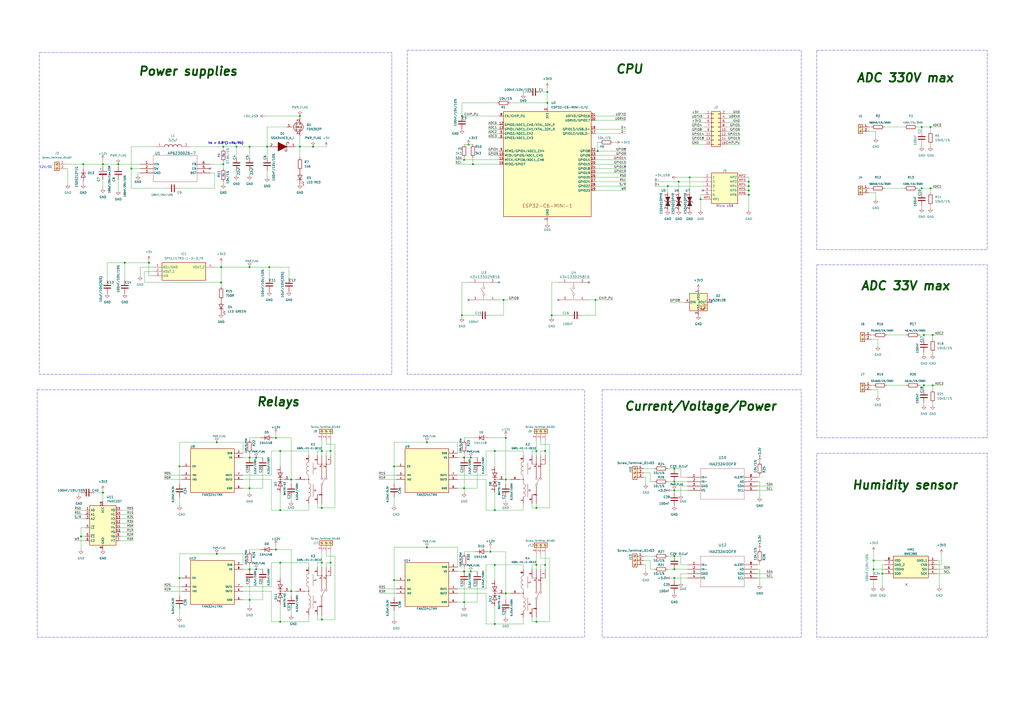
<source format=kicad_sch>
(kicad_sch (version 20230121) (generator eeschema)
  (paper "A2")
  (title_block (title "ESP32C6 Mini relay board") (date "2023-11-15"))
  (junction (at 267.97 67.31))
  (junction (at 434.34 113.03))
  (junction (at 137.16 85.09))
  (junction (at 434.34 105.41))
  (junction (at 534.67 73.66))
  (junction (at 287.02 327.66))
  (junction (at 125.73 321.31))
  (junction (at 168.91 278.13))
  (junction (at 434.34 110.49))
  (junction (at 311.15 360.68))
  (junction (at 104.14 270.51))
  (junction (at 539.75 109.22))
  (junction (at 186.69 261.62))
  (junction (at 535.94 223.52))
  (junction (at 144.78 330.2))
  (junction (at 434.34 107.95))
  (junction (at 391.16 271.78))
  (junction (at 186.69 359.41))
  (junction (at 534.67 109.22))
  (junction (at 104.14 335.28))
  (junction (at 393.7 105.41))
  (junction (at 391.16 279.4))
  (junction (at 391.16 335.28))
  (junction (at 539.75 73.66))
  (junction (at 274.32 95.25))
  (junction (at 293.37 278.13))
  (junction (at 247.65 256.54))
  (junction (at 191.77 261.62))
  (junction (at 228.6 336.55))
  (junction (at 59.69 95.25))
  (junction (at 125.73 256.54))
  (junction (at 186.69 294.64))
  (junction (at 144.78 154.94))
  (junction (at 391.16 322.58))
  (junction (at 148.59 265.43))
  (junction (at 541.02 223.52))
  (junction (at 160.02 318.77))
  (junction (at 148.59 330.2))
  (junction (at 284.48 320.04))
  (junction (at 144.78 347.98))
  (junction (at 400.05 102.87))
  (junction (at 311.15 327.66))
  (junction (at 168.91 342.9))
  (junction (at 346.71 87.63))
  (junction (at 269.24 265.43))
  (junction (at 293.37 344.17))
  (junction (at 186.69 326.39))
  (junction (at 273.05 331.47))
  (junction (at 269.24 92.71))
  (junction (at 173.99 67.31))
  (junction (at 162.56 326.39))
  (junction (at 287.02 295.91))
  (junction (at 320.04 182.88))
  (junction (at 391.16 330.2))
  (junction (at 317.5 59.69))
  (junction (at 269.24 331.47))
  (junction (at 345.44 173.99))
  (junction (at 269.24 349.25))
  (junction (at 76.2 97.79))
  (junction (at 391.16 284.48))
  (junction (at 181.61 85.09))
  (junction (at 387.35 107.95))
  (junction (at 287.02 361.95))
  (junction (at 506.73 325.12))
  (junction (at 162.56 295.91))
  (junction (at 269.24 283.21))
  (junction (at 144.78 283.21))
  (junction (at 228.6 270.51))
  (junction (at 535.94 194.31))
  (junction (at 287.02 261.62))
  (junction (at 511.81 332.74))
  (junction (at 311.15 294.64))
  (junction (at 293.37 254))
  (junction (at 267.97 182.88))
  (junction (at 48.26 95.25))
  (junction (at 128.27 154.94))
  (junction (at 144.78 265.43))
  (junction (at 154.94 85.09))
  (junction (at 129.54 95.25))
  (junction (at 86.36 152.4))
  (junction (at 406.4 115.57))
  (junction (at 162.56 261.62))
  (junction (at 271.78 83.82))
  (junction (at 247.65 317.5))
  (junction (at 311.15 261.62))
  (junction (at 162.56 360.68))
  (junction (at 316.23 327.66))
  (junction (at 128.27 163.83))
  (junction (at 173.99 85.09))
  (junction (at 72.39 152.4))
  (junction (at 156.21 154.94))
  (junction (at 316.23 261.62))
  (junction (at 129.54 85.09))
  (junction (at 541.02 194.31))
  (junction (at 59.69 285.75))
  (junction (at 68.58 95.25))
  (junction (at 191.77 326.39))
  (junction (at 273.05 265.43))
  (junction (at 506.73 330.2))
  (junction (at 317.5 53.34))
  (junction (at 46.99 311.15))
  (junction (at 144.78 85.09))
  (junction (at 292.1 173.99))
  (junction (at 160.02 254))
  (no_connect (at 121.92 97.79))
  (no_connect (at 341.63 163.83))
  (no_connect (at 323.85 173.99))
  (no_connect (at 271.78 173.99))
  (no_connect (at 525.78 339.09))
  (no_connect (at 412.75 175.26))
  (no_connect (at 289.56 163.83))
  (no_connect (at 407.67 110.49))
  (wire (pts (xy 434.34 102.87) (xy 434.34 105.41)))
  (wire (pts (xy 39.37 97.79) (xy 39.37 106.68)))
  (wire (pts (xy 440.69 326.39) (xy 440.69 327.66)))
  (wire (pts (xy 440.69 327.66) (xy 439.42 327.66)))
  (wire (pts (xy 86.36 151.13) (xy 86.36 152.4)))
  (wire (pts (xy 80.01 100.33) (xy 80.01 101.6)))
  (wire (pts (xy 269.24 339.09) (xy 269.24 349.25)))
  (wire (pts (xy 95.25 340.36) (xy 105.41 340.36)))
  (wire (pts (xy 394.97 327.66) (xy 398.78 327.66)))
  (wire (pts (xy 179.07 328.93) (xy 179.07 326.39)))
  (wire (pts (xy 283.21 87.63) (xy 289.56 87.63)))
  (wire (pts (xy 281.94 361.95) (xy 287.02 361.95)))
  (wire (pts (xy 311.15 360.68) (xy 308.61 360.68)))
  (wire (pts (xy 356.87 82.55) (xy 355.6 82.55)))
  (wire (pts (xy 287.02 261.62) (xy 303.53 261.62)))
  (wire (pts (xy 88.9 154.94) (xy 81.28 154.94)))
  (wire (pts (xy 191.77 326.39) (xy 191.77 320.04)))
  (wire (pts (xy 76.2 85.09) (xy 76.2 97.79)))
  (wire (pts (xy 72.39 152.4) (xy 86.36 152.4)))
  (wire (pts (xy 269.24 83.82) (xy 271.78 83.82)))
  (wire (pts (xy 313.69 261.62) (xy 316.23 261.62)))
  (wire (pts (xy 162.56 261.62) (xy 179.07 261.62)))
  (wire (pts (xy 274.32 91.44) (xy 274.32 95.25)))
  (wire (pts (xy 95.25 275.59) (xy 105.41 275.59)))
  (wire (pts (xy 283.21 254) (xy 293.37 254)))
  (wire (pts (xy 191.77 328.93) (xy 191.77 326.39)))
  (wire (pts (xy 293.37 320.04) (xy 293.37 344.17)))
  (wire (pts (xy 144.78 254) (xy 144.78 255.27)))
  (wire (pts (xy 533.4 223.52) (xy 535.94 223.52)))
  (wire (pts (xy 293.37 344.17) (xy 295.91 344.17)))
  (wire (pts (xy 194.31 257.81) (xy 189.23 257.81)))
  (wire (pts (xy 144.78 154.94) (xy 156.21 154.94)))
  (wire (pts (xy 267.97 182.88) (xy 276.86 182.88)))
  (wire (pts (xy 544.83 325.12) (xy 544.83 340.36)))
  (wire (pts (xy 154.94 73.66) (xy 166.37 73.66)))
  (wire (pts (xy 72.39 152.4) (xy 62.23 152.4)))
  (wire (pts (xy 140.97 275.59) (xy 157.48 275.59)))
  (wire (pts (xy 281.94 261.62) (xy 287.02 261.62)))
  (wire (pts (xy 80.01 100.33) (xy 81.28 100.33)))
  (wire (pts (xy 171.45 85.09) (xy 173.99 85.09)))
  (wire (pts (xy 265.43 349.25) (xy 269.24 349.25)))
  (wire (pts (xy 157.48 261.62) (xy 157.48 275.59)))
  (wire (pts (xy 265.43 283.21) (xy 269.24 283.21)))
  (wire (pts (xy 391.16 330.2) (xy 398.78 330.2)))
  (wire (pts (xy 401.32 73.66) (xy 408.94 73.66)))
  (wire (pts (xy 303.53 264.16) (xy 303.53 261.62)))
  (wire (pts (xy 345.44 95.25) (xy 363.22 95.25)))
  (wire (pts (xy 144.78 262.89) (xy 144.78 265.43)))
  (wire (pts (xy 377.19 330.2) (xy 377.19 325.12)))
  (wire (pts (xy 86.36 152.4) (xy 86.36 160.02)))
  (wire (pts (xy 179.07 264.16) (xy 179.07 261.62)))
  (wire (pts (xy 267.97 59.69) (xy 267.97 67.31)))
  (wire (pts (xy 292.1 173.99) (xy 300.99 173.99)))
  (wire (pts (xy 508 76.2) (xy 508 80.01)))
  (wire (pts (xy 303.53 292.1) (xy 303.53 295.91)))
  (wire (pts (xy 124.46 109.22) (xy 124.46 100.33)))
  (wire (pts (xy 43.18 298.45) (xy 49.53 298.45)))
  (wire (pts (xy 316.23 330.2) (xy 316.23 327.66)))
  (wire (pts (xy 124.46 100.33) (xy 121.92 100.33)))
  (wire (pts (xy 219.71 341.63) (xy 229.87 341.63)))
  (wire (pts (xy 184.15 356.87) (xy 184.15 359.41)))
  (wire (pts (xy 421.64 83.82) (xy 429.26 83.82)))
  (wire (pts (xy 128.27 152.4) (xy 128.27 154.94)))
  (wire (pts (xy 391.16 330.2) (xy 387.35 330.2)))
  (wire (pts (xy 506.73 325.12) (xy 506.73 330.2)))
  (wire (pts (xy 125.73 256.54) (xy 140.97 256.54)))
  (wire (pts (xy 532.13 109.22) (xy 534.67 109.22)))
  (wire (pts (xy 228.6 288.29) (xy 228.6 293.37)))
  (wire (pts (xy 373.38 276.86) (xy 374.65 276.86)))
  (wire (pts (xy 535.94 223.52) (xy 535.94 226.06)))
  (wire (pts (xy 511.81 332.74) (xy 511.81 340.36)))
  (wire (pts (xy 539.75 73.66) (xy 546.1 73.66)))
  (wire (pts (xy 387.35 271.78) (xy 391.16 271.78)))
  (wire (pts (xy 288.29 59.69) (xy 267.97 59.69)))
  (wire (pts (xy 318.77 257.81) (xy 313.69 257.81)))
  (wire (pts (xy 313.69 264.16) (xy 313.69 261.62)))
  (wire (pts (xy 394.97 322.58) (xy 394.97 327.66)))
  (wire (pts (xy 543.56 325.12) (xy 544.83 325.12)))
  (wire (pts (xy 168.91 318.77) (xy 168.91 342.9)))
  (wire (pts (xy 140.97 265.43) (xy 144.78 265.43)))
  (wire (pts (xy 173.99 78.74) (xy 173.99 85.09)))
  (wire (pts (xy 273.05 331.47) (xy 276.86 331.47)))
  (wire (pts (xy 38.1 97.79) (xy 39.37 97.79)))
  (wire (pts (xy 535.94 194.31) (xy 535.94 196.85)))
  (wire (pts (xy 283.21 80.01) (xy 289.56 80.01)))
  (wire (pts (xy 392.43 102.87) (xy 400.05 102.87)))
  (wire (pts (xy 534.67 109.22) (xy 534.67 111.76)))
  (wire (pts (xy 345.44 173.99) (xy 345.44 182.88)))
  (wire (pts (xy 313.69 323.85) (xy 313.69 321.31)))
  (wire (pts (xy 281.94 327.66) (xy 287.02 327.66)))
  (wire (pts (xy 154.94 85.09) (xy 154.94 73.66)))
  (wire (pts (xy 69.85 313.69) (xy 77.47 313.69)))
  (wire (pts (xy 194.31 322.58) (xy 189.23 322.58)))
  (wire (pts (xy 104.14 335.28) (xy 104.14 345.44)))
  (wire (pts (xy 509.27 226.06) (xy 509.27 229.87)))
  (wire (pts (xy 265.43 341.63) (xy 281.94 341.63)))
  (wire (pts (xy 295.91 59.69) (xy 317.5 59.69)))
  (wire (pts (xy 374.65 276.86) (xy 374.65 280.67)))
  (wire (pts (xy 267.97 67.31) (xy 289.56 67.31)))
  (wire (pts (xy 311.15 264.16) (xy 311.15 261.62)))
  (wire (pts (xy 219.71 275.59) (xy 229.87 275.59)))
  (wire (pts (xy 505.46 226.06) (xy 509.27 226.06)))
  (wire (pts (xy 81.28 154.94) (xy 81.28 160.02)))
  (wire (pts (xy 162.56 261.62) (xy 162.56 270.51)))
  (wire (pts (xy 448.31 332.74) (xy 439.42 332.74)))
  (wire (pts (xy 541.02 223.52) (xy 547.37 223.52)))
  (wire (pts (xy 320.04 163.83) (xy 320.04 182.88)))
  (wire (pts (xy 311.15 360.68) (xy 318.77 360.68)))
  (wire (pts (xy 316.23 264.16) (xy 316.23 261.62)))
  (wire (pts (xy 269.24 349.25) (xy 276.86 349.25)))
  (wire (pts (xy 43.18 313.69) (xy 49.53 313.69)))
  (wire (pts (xy 144.78 347.98) (xy 144.78 351.79)))
  (wire (pts (xy 292.1 278.13) (xy 293.37 278.13)))
  (wire (pts (xy 194.31 294.64) (xy 194.31 257.81)))
  (wire (pts (xy 283.21 320.04) (xy 284.48 320.04)))
  (wire (pts (xy 59.69 285.75) (xy 59.69 290.83)))
  (wire (pts (xy 48.26 95.25) (xy 59.69 95.25)))
  (wire (pts (xy 281.94 278.13) (xy 281.94 295.91)))
  (wire (pts (xy 287.02 351.79) (xy 287.02 361.95)))
  (wire (pts (xy 283.21 72.39) (xy 289.56 72.39)))
  (wire (pts (xy 400.05 102.87) (xy 400.05 111.76)))
  (wire (pts (xy 293.37 254) (xy 293.37 278.13)))
  (wire (pts (xy 144.78 254) (xy 151.13 254)))
  (wire (pts (xy 506.73 325.12) (xy 513.08 325.12)))
  (wire (pts (xy 393.7 105.41) (xy 393.7 111.76)))
  (wire (pts (xy 162.56 295.91) (xy 179.07 295.91)))
  (wire (pts (xy 168.91 288.29) (xy 168.91 290.83)))
  (wire (pts (xy 144.78 318.77) (xy 151.13 318.77)))
  (wire (pts (xy 439.42 330.2) (xy 440.69 330.2)))
  (wire (pts (xy 433.07 113.03) (xy 434.34 113.03)))
  (wire (pts (xy 287.02 361.95) (xy 303.53 361.95)))
  (wire (pts (xy 83.82 157.48) (xy 83.82 163.83)))
  (wire (pts (xy 546.1 327.66) (xy 546.1 321.31)))
  (wire (pts (xy 104.14 109.22) (xy 124.46 109.22)))
  (wire (pts (xy 228.6 270.51) (xy 229.87 270.51)))
  (wire (pts (xy 391.16 335.28) (xy 398.78 335.28)))
  (wire (pts (xy 541.02 234.95) (xy 541.02 233.68)))
  (wire (pts (xy 104.14 335.28) (xy 104.14 321.31)))
  (wire (pts (xy 46.99 306.07) (xy 46.99 311.15)))
  (wire (pts (xy 95.25 342.9) (xy 105.41 342.9)))
  (wire (pts (xy 303.53 358.14) (xy 303.53 361.95)))
  (wire (pts (xy 504.19 76.2) (xy 508 76.2)))
  (wire (pts (xy 157.48 326.39) (xy 157.48 340.36)))
  (wire (pts (xy 283.21 90.17) (xy 289.56 90.17)))
  (wire (pts (xy 318.77 360.68) (xy 318.77 323.85)))
  (wire (pts (xy 191.77 261.62) (xy 191.77 255.27)))
  (wire (pts (xy 346.71 87.63) (xy 363.22 87.63)))
  (wire (pts (xy 129.54 85.09) (xy 137.16 85.09)))
  (wire (pts (xy 154.94 102.87) (xy 154.94 99.06)))
  (wire (pts (xy 144.78 347.98) (xy 152.4 347.98)))
  (wire (pts (xy 69.85 298.45) (xy 77.47 298.45)))
  (wire (pts (xy 137.16 85.09) (xy 144.78 85.09)))
  (wire (pts (xy 228.6 270.51) (xy 228.6 280.67)))
  (wire (pts (xy 514.35 194.31) (xy 525.78 194.31)))
  (wire (pts (xy 389.89 335.28) (xy 391.16 335.28)))
  (wire (pts (xy 508 111.76) (xy 508 115.57)))
  (wire (pts (xy 421.64 73.66) (xy 429.26 73.66)))
  (wire (pts (xy 153.67 67.31) (xy 173.99 67.31)))
  (wire (pts (xy 59.69 95.25) (xy 59.69 96.52)))
  (wire (pts (xy 228.6 354.33) (xy 228.6 359.41)))
  (wire (pts (xy 379.73 105.41) (xy 393.7 105.41)))
  (wire (pts (xy 140.97 283.21) (xy 144.78 283.21)))
  (wire (pts (xy 104.14 288.29) (xy 104.14 293.37)))
  (wire (pts (xy 387.35 107.95) (xy 387.35 111.76)))
  (wire (pts (xy 311.15 330.2) (xy 311.15 327.66)))
  (wire (pts (xy 293.37 278.13) (xy 293.37 280.67)))
  (wire (pts (xy 406.4 113.03) (xy 406.4 115.57)))
  (wire (pts (xy 323.85 163.83) (xy 320.04 163.83)))
  (wire (pts (xy 186.69 328.93) (xy 186.69 326.39)))
  (wire (pts (xy 281.94 344.17) (xy 281.94 361.95)))
  (wire (pts (xy 440.69 279.4) (xy 440.69 288.29)))
  (wire (pts (xy 448.31 335.28) (xy 439.42 335.28)))
  (wire (pts (xy 311.15 327.66) (xy 311.15 321.31)))
  (wire (pts (xy 69.85 295.91) (xy 77.47 295.91)))
  (wire (pts (xy 173.99 85.09) (xy 181.61 85.09)))
  (wire (pts (xy 76.2 109.22) (xy 96.52 109.22)))
  (wire (pts (xy 303.53 53.34) (xy 306.07 53.34)))
  (wire (pts (xy 345.44 102.87) (xy 363.22 102.87)))
  (wire (pts (xy 287.02 261.62) (xy 287.02 270.51)))
  (wire (pts (xy 144.78 101.6) (xy 144.78 99.06)))
  (wire (pts (xy 400.05 102.87) (xy 407.67 102.87)))
  (wire (pts (xy 421.64 68.58) (xy 429.26 68.58)))
  (wire (pts (xy 401.32 78.74) (xy 408.94 78.74)))
  (wire (pts (xy 157.48 278.13) (xy 157.48 295.91)))
  (wire (pts (xy 186.69 261.62) (xy 186.69 255.27)))
  (wire (pts (xy 162.56 326.39) (xy 179.07 326.39)))
  (wire (pts (xy 167.64 278.13) (xy 168.91 278.13)))
  (wire (pts (xy 433.07 107.95) (xy 434.34 107.95)))
  (wire (pts (xy 62.23 152.4) (xy 62.23 162.56)))
  (wire (pts (xy 539.75 109.22) (xy 546.1 109.22)))
  (wire (pts (xy 406.4 115.57) (xy 406.4 121.92)))
  (wire (pts (xy 308.61 292.1) (xy 308.61 294.64)))
  (wire (pts (xy 68.58 95.25) (xy 68.58 96.52)))
  (wire (pts (xy 293.37 344.17) (xy 293.37 347.98)))
  (wire (pts (xy 440.69 276.86) (xy 439.42 276.86)))
  (wire (pts (xy 269.24 265.43) (xy 273.05 265.43)))
  (wire (pts (xy 179.07 292.1) (xy 179.07 295.91)))
  (wire (pts (xy 539.75 73.66) (xy 539.75 76.2)))
  (wire (pts (xy 269.24 91.44) (xy 269.24 92.71)))
  (wire (pts (xy 281.94 327.66) (xy 281.94 341.63)))
  (wire (pts (xy 308.61 261.62) (xy 311.15 261.62)))
  (wire (pts (xy 541.02 194.31) (xy 541.02 196.85)))
  (wire (pts (xy 72.39 152.4) (xy 72.39 162.56)))
  (wire (pts (xy 269.24 320.04) (xy 269.24 321.31)))
  (wire (pts (xy 391.16 335.28) (xy 391.16 336.55)))
  (wire (pts (xy 219.71 278.13) (xy 229.87 278.13)))
  (wire (pts (xy 511.81 332.74) (xy 513.08 332.74)))
  (wire (pts (xy 316.23 261.62) (xy 316.23 255.27)))
  (wire (pts (xy 265.43 275.59) (xy 281.94 275.59)))
  (wire (pts (xy 189.23 261.62) (xy 191.77 261.62)))
  (wire (pts (xy 401.32 71.12) (xy 408.94 71.12)))
  (wire (pts (xy 391.16 284.48) (xy 391.16 285.75)))
  (wire (pts (xy 271.78 83.82) (xy 274.32 83.82)))
  (wire (pts (xy 162.56 360.68) (xy 179.07 360.68)))
  (wire (pts (xy 308.61 330.2) (xy 308.61 327.66)))
  (wire (pts (xy 401.32 68.58) (xy 408.94 68.58)))
  (wire (pts (xy 317.5 53.34) (xy 313.69 53.34)))
  (wire (pts (xy 43.18 300.99) (xy 49.53 300.99)))
  (wire (pts (xy 389.89 284.48) (xy 391.16 284.48)))
  (wire (pts (xy 129.54 93.98) (xy 129.54 95.25)))
  (wire (pts (xy 128.27 163.83) (xy 128.27 154.94)))
  (wire (pts (xy 293.37 278.13) (xy 295.91 278.13)))
  (wire (pts (xy 105.41 335.28) (xy 104.14 335.28)))
  (wire (pts (xy 293.37 252.73) (xy 293.37 254)))
  (wire (pts (xy 514.35 223.52) (xy 525.78 223.52)))
  (wire (pts (xy 184.15 326.39) (xy 186.69 326.39)))
  (wire (pts (xy 137.16 101.6) (xy 137.16 99.06)))
  (wire (pts (xy 162.56 285.75) (xy 162.56 295.91)))
  (wire (pts (xy 265.43 317.5) (xy 247.65 317.5)))
  (wire (pts (xy 533.4 194.31) (xy 535.94 194.31)))
  (wire (pts (xy 269.24 254) (xy 269.24 255.27)))
  (wire (pts (xy 157.48 261.62) (xy 162.56 261.62)))
  (wire (pts (xy 173.99 68.58) (xy 173.99 67.31)))
  (wire (pts (xy 189.23 257.81) (xy 189.23 255.27)))
  (wire (pts (xy 140.97 321.31) (xy 140.97 327.66)))
  (wire (pts (xy 144.78 318.77) (xy 144.78 320.04)))
  (wire (pts (xy 128.27 154.94) (xy 124.46 154.94)))
  (wire (pts (xy 81.28 97.79) (xy 76.2 97.79)))
  (wire (pts (xy 76.2 97.79) (xy 76.2 109.22)))
  (wire (pts (xy 144.78 337.82) (xy 144.78 347.98)))
  (wire (pts (xy 168.91 342.9) (xy 168.91 345.44)))
  (wire (pts (xy 391.16 322.58) (xy 394.97 322.58)))
  (wire (pts (xy 293.37 288.29) (xy 293.37 290.83)))
  (wire (pts (xy 320.04 182.88) (xy 320.04 184.15)))
  (wire (pts (xy 421.64 78.74) (xy 429.26 78.74)))
  (wire (pts (xy 439.42 279.4) (xy 440.69 279.4)))
  (wire (pts (xy 274.32 95.25) (xy 264.16 95.25)))
  (wire (pts (xy 267.97 163.83) (xy 267.97 182.88)))
  (wire (pts (xy 289.56 173.99) (xy 292.1 173.99)))
  (wire (pts (xy 509.27 196.85) (xy 509.27 200.66)))
  (wire (pts (xy 345.44 107.95) (xy 363.22 107.95)))
  (wire (pts (xy 104.14 353.06) (xy 104.14 358.14)))
  (wire (pts (xy 506.73 194.31) (xy 505.46 194.31)))
  (wire (pts (xy 293.37 320.04) (xy 284.48 320.04)))
  (wire (pts (xy 387.35 322.58) (xy 391.16 322.58)))
  (wire (pts (xy 186.69 359.41) (xy 194.31 359.41)))
  (wire (pts (xy 276.86 339.09) (xy 276.86 349.25)))
  (wire (pts (xy 86.36 160.02) (xy 88.9 160.02)))
  (wire (pts (xy 543.56 330.2) (xy 551.18 330.2)))
  (wire (pts (xy 345.44 110.49) (xy 363.22 110.49)))
  (wire (pts (xy 265.43 317.5) (xy 265.43 328.93)))
  (wire (pts (xy 189.23 328.93) (xy 189.23 326.39)))
  (wire (pts (xy 373.38 271.78) (xy 379.73 271.78)))
  (wire (pts (xy 160.02 251.46) (xy 160.02 254)))
  (wire (pts (xy 140.97 330.2) (xy 144.78 330.2)))
  (wire (pts (xy 513.08 73.66) (xy 524.51 73.66)))
  (wire (pts (xy 186.69 264.16) (xy 186.69 261.62)))
  (wire (pts (xy 167.64 154.94) (xy 167.64 161.29)))
  (wire (pts (xy 311.15 292.1) (xy 311.15 294.64)))
  (wire (pts (xy 137.16 85.09) (xy 137.16 91.44)))
  (wire (pts (xy 144.78 265.43) (xy 148.59 265.43)))
  (wire (pts (xy 152.4 273.05) (xy 152.4 283.21)))
  (wire (pts (xy 379.73 107.95) (xy 387.35 107.95)))
  (wire (pts (xy 345.44 69.85) (xy 363.22 69.85)))
  (wire (pts (xy 504.19 111.76) (xy 508 111.76)))
  (wire (pts (xy 228.6 336.55) (xy 228.6 346.71)))
  (wire (pts (xy 157.48 326.39) (xy 162.56 326.39)))
  (wire (pts (xy 186.69 326.39) (xy 186.69 320.04)))
  (wire (pts (xy 345.44 77.47) (xy 363.22 77.47)))
  (wire (pts (xy 69.85 308.61) (xy 77.47 308.61)))
  (wire (pts (xy 69.85 300.99) (xy 77.47 300.99)))
  (wire (pts (xy 434.34 113.03) (xy 434.34 121.92)))
  (wire (pts (xy 184.15 328.93) (xy 184.15 326.39)))
  (wire (pts (xy 434.34 107.95) (xy 434.34 110.49)))
  (wire (pts (xy 535.94 205.74) (xy 535.94 204.47)))
  (wire (pts (xy 276.86 273.05) (xy 276.86 283.21)))
  (wire (pts (xy 140.97 278.13) (xy 157.48 278.13)))
  (wire (pts (xy 308.61 294.64) (xy 311.15 294.64)))
  (wire (pts (xy 184.15 359.41) (xy 186.69 359.41)))
  (wire (pts (xy 539.75 120.65) (xy 539.75 119.38)))
  (wire (pts (xy 83.82 163.83) (xy 128.27 163.83)))
  (wire (pts (xy 265.43 256.54) (xy 265.43 262.89)))
  (wire (pts (xy 265.43 331.47) (xy 269.24 331.47)))
  (wire (pts (xy 292.1 344.17) (xy 293.37 344.17)))
  (wire (pts (xy 247.65 317.5) (xy 228.6 317.5)))
  (wire (pts (xy 129.54 85.09) (xy 129.54 86.36)))
  (wire (pts (xy 293.37 355.6) (xy 293.37 358.14)))
  (wire (pts (xy 140.97 256.54) (xy 140.97 262.89)))
  (wire (pts (xy 287.02 285.75) (xy 287.02 295.91)))
  (wire (pts (xy 346.71 82.55) (xy 346.71 87.63)))
  (wire (pts (xy 179.07 356.87) (xy 179.07 360.68)))
  (wire (pts (xy 129.54 95.25) (xy 129.54 97.79)))
  (wire (pts (xy 421.64 71.12) (xy 429.26 71.12)))
  (wire (pts (xy 160.02 316.23) (xy 160.02 318.77)))
  (wire (pts (xy 228.6 256.54) (xy 228.6 270.51)))
  (wire (pts (xy 320.04 182.88) (xy 330.2 182.88)))
  (wire (pts (xy 140.97 347.98) (xy 144.78 347.98)))
  (wire (pts (xy 184.15 261.62) (xy 186.69 261.62)))
  (wire (pts (xy 440.69 330.2) (xy 440.69 339.09)))
  (wire (pts (xy 391.16 279.4) (xy 387.35 279.4)))
  (wire (pts (xy 505.46 196.85) (xy 509.27 196.85)))
  (wire (pts (xy 391.16 284.48) (xy 398.78 284.48)))
  (wire (pts (xy 156.21 154.94) (xy 167.64 154.94)))
  (wire (pts (xy 129.54 106.68) (xy 129.54 105.41)))
  (wire (pts (xy 394.97 276.86) (xy 398.78 276.86)))
  (wire (pts (xy 401.32 83.82) (xy 408.94 83.82)))
  (wire (pts (xy 341.63 173.99) (xy 345.44 173.99)))
  (wire (pts (xy 265.43 265.43) (xy 269.24 265.43)))
  (wire (pts (xy 274.32 95.25) (xy 289.56 95.25)))
  (wire (pts (xy 535.94 234.95) (xy 535.94 233.68)))
  (wire (pts (xy 401.32 76.2) (xy 408.94 76.2)))
  (wire (pts (xy 45.72 285.75) (xy 45.72 287.02)))
  (wire (pts (xy 269.24 349.25) (xy 269.24 351.79)))
  (wire (pts (xy 391.16 279.4) (xy 398.78 279.4)))
  (wire (pts (xy 157.48 295.91) (xy 162.56 295.91)))
  (wire (pts (xy 434.34 105.41) (xy 434.34 107.95)))
  (wire (pts (xy 167.64 342.9) (xy 168.91 342.9)))
  (wire (pts (xy 148.59 330.2) (xy 152.4 330.2)))
  (wire (pts (xy 393.7 105.41) (xy 407.67 105.41)))
  (wire (pts (xy 535.94 223.52) (xy 541.02 223.52)))
  (wire (pts (xy 434.34 110.49) (xy 434.34 113.03)))
  (wire (pts (xy 140.97 342.9) (xy 157.48 342.9)))
  (wire (pts (xy 128.27 154.94) (xy 144.78 154.94)))
  (wire (pts (xy 228.6 336.55) (xy 229.87 336.55)))
  (wire (pts (xy 543.56 327.66) (xy 546.1 327.66)))
  (wire (pts (xy 283.21 77.47) (xy 289.56 77.47)))
  (wire (pts (xy 433.07 102.87) (xy 434.34 102.87)))
  (wire (pts (xy 168.91 342.9) (xy 171.45 342.9)))
  (wire (pts (xy 157.48 342.9) (xy 157.48 360.68)))
  (wire (pts (xy 316.23 327.66) (xy 316.23 321.31)))
  (wire (pts (xy 539.75 85.09) (xy 539.75 83.82)))
  (wire (pts (xy 345.44 90.17) (xy 363.22 90.17)))
  (wire (pts (xy 308.61 264.16) (xy 308.61 261.62)))
  (wire (pts (xy 287.02 327.66) (xy 287.02 336.55)))
  (wire (pts (xy 346.71 82.55) (xy 347.98 82.55)))
  (wire (pts (xy 377.19 330.2) (xy 379.73 330.2)))
  (wire (pts (xy 543.56 332.74) (xy 551.18 332.74)))
  (wire (pts (xy 534.67 73.66) (xy 534.67 76.2)))
  (wire (pts (xy 168.91 278.13) (xy 168.91 280.67)))
  (wire (pts (xy 269.24 92.71) (xy 264.16 92.71)))
  (wire (pts (xy 157.48 360.68) (xy 162.56 360.68)))
  (wire (pts (xy 158.75 254) (xy 160.02 254)))
  (wire (pts (xy 168.91 318.77) (xy 160.02 318.77)))
  (wire (pts (xy 144.78 327.66) (xy 144.78 330.2)))
  (wire (pts (xy 186.69 294.64) (xy 194.31 294.64)))
  (wire (pts (xy 311.15 261.62) (xy 311.15 255.27)))
  (wire (pts (xy 154.94 85.09) (xy 154.94 91.44)))
  (wire (pts (xy 104.14 270.51) (xy 104.14 280.67)))
  (wire (pts (xy 506.73 340.36) (xy 506.73 339.09)))
  (wire (pts (xy 440.69 275.59) (xy 440.69 276.86)))
  (wire (pts (xy 505.46 73.66) (xy 504.19 73.66)))
  (wire (pts (xy 184.15 264.16) (xy 184.15 261.62)))
  (wire (pts (xy 394.97 281.94) (xy 394.97 287.02)))
  (wire (pts (xy 173.99 85.09) (xy 173.99 91.44)))
  (wire (pts (xy 281.94 261.62) (xy 281.94 275.59)))
  (wire (pts (xy 345.44 182.88) (xy 337.82 182.88)))
  (wire (pts (xy 68.58 95.25) (xy 59.69 95.25)))
  (wire (pts (xy 104.14 256.54) (xy 125.73 256.54)))
  (wire (pts (xy 313.69 257.81) (xy 313.69 255.27)))
  (wire (pts (xy 292.1 182.88) (xy 292.1 173.99)))
  (wire (pts (xy 152.4 337.82) (xy 152.4 347.98)))
  (wire (pts (xy 189.23 326.39) (xy 191.77 326.39)))
  (wire (pts (xy 506.73 330.2) (xy 506.73 331.47)))
  (wire (pts (xy 48.26 105.41) (xy 48.26 106.68)))
  (wire (pts (xy 269.24 254) (xy 275.59 254)))
  (wire (pts (xy 265.43 256.54) (xy 247.65 256.54)))
  (wire (pts (xy 144.78 85.09) (xy 144.78 91.44)))
  (wire (pts (xy 345.44 97.79) (xy 363.22 97.79)))
  (wire (pts (xy 191.77 264.16) (xy 191.77 261.62)))
  (wire (pts (xy 421.64 81.28) (xy 429.26 81.28)))
  (wire (pts (xy 532.13 73.66) (xy 534.67 73.66)))
  (wire (pts (xy 541.02 205.74) (xy 541.02 204.47)))
  (wire (pts (xy 46.99 311.15) (xy 49.53 311.15)))
  (wire (pts (xy 154.94 85.09) (xy 156.21 85.09)))
  (wire (pts (xy 401.32 81.28) (xy 408.94 81.28)))
  (wire (pts (xy 505.46 109.22) (xy 504.19 109.22)))
  (wire (pts (xy 506.73 223.52) (xy 505.46 223.52)))
  (wire (pts (xy 308.61 327.66) (xy 311.15 327.66)))
  (wire (pts (xy 345.44 74.93) (xy 363.22 74.93)))
  (wire (pts (xy 506.73 320.04) (xy 506.73 325.12)))
  (wire (pts (xy 308.61 358.14) (xy 308.61 360.68)))
  (wire (pts (xy 406.4 115.57) (xy 407.67 115.57)))
  (wire (pts (xy 49.53 306.07) (xy 46.99 306.07)))
  (wire (pts (xy 433.07 105.41) (xy 434.34 105.41)))
  (wire (pts (xy 90.17 85.09) (xy 76.2 85.09)))
  (wire (pts (xy 168.91 353.06) (xy 168.91 356.87)))
  (wire (pts (xy 388.62 175.26) (xy 397.51 175.26)))
  (wire (pts (xy 59.69 109.22) (xy 59.69 104.14)))
  (wire (pts (xy 374.65 327.66) (xy 374.65 331.47)))
  (wire (pts (xy 269.24 320.04) (xy 275.59 320.04)))
  (wire (pts (xy 345.44 100.33) (xy 363.22 100.33)))
  (wire (pts (xy 317.5 50.8) (xy 317.5 53.34)))
  (wire (pts (xy 534.67 73.66) (xy 539.75 73.66)))
  (wire (pts (xy 265.43 344.17) (xy 281.94 344.17)))
  (wire (pts (xy 317.5 129.54) (xy 317.5 128.27)))
  (wire (pts (xy 156.21 161.29) (xy 156.21 154.94)))
  (wire (pts (xy 247.65 256.54) (xy 228.6 256.54)))
  (wire (pts (xy 104.14 321.31) (xy 125.73 321.31)))
  (wire (pts (xy 269.24 92.71) (xy 289.56 92.71)))
  (wire (pts (xy 394.97 281.94) (xy 398.78 281.94)))
  (wire (pts (xy 513.08 330.2) (xy 506.73 330.2)))
  (wire (pts (xy 186.69 292.1) (xy 186.69 294.64)))
  (wire (pts (xy 189.23 322.58) (xy 189.23 320.04)))
  (wire (pts (xy 189.23 264.16) (xy 189.23 261.62)))
  (wire (pts (xy 69.85 311.15) (xy 77.47 311.15)))
  (wire (pts (xy 373.38 322.58) (xy 379.73 322.58)))
  (wire (pts (xy 184.15 294.64) (xy 186.69 294.64)))
  (wire (pts (xy 373.38 327.66) (xy 374.65 327.66)))
  (wire (pts (xy 377.19 279.4) (xy 379.73 279.4)))
  (wire (pts (xy 48.26 95.25) (xy 48.26 97.79)))
  (wire (pts (xy 228.6 317.5) (xy 228.6 336.55)))
  (wire (pts (xy 69.85 306.07) (xy 77.47 306.07)))
  (wire (pts (xy 311.15 294.64) (xy 318.77 294.64)))
  (wire (pts (xy 267.97 182.88) (xy 267.97 184.15)))
  (wire (pts (xy 105.41 270.51) (xy 104.14 270.51)))
  (wire (pts (xy 541.02 223.52) (xy 541.02 226.06)))
  (wire (pts (xy 46.99 285.75) (xy 45.72 285.75)))
  (wire (pts (xy 287.02 295.91) (xy 303.53 295.91)))
  (wire (pts (xy 59.69 92.71) (xy 59.69 95.25)))
  (wire (pts (xy 394.97 332.74) (xy 398.78 332.74)))
  (wire (pts (xy 534.67 120.65) (xy 534.67 119.38)))
  (wire (pts (xy 269.24 262.89) (xy 269.24 265.43)))
  (wire (pts (xy 184.15 292.1) (xy 184.15 294.64)))
  (wire (pts (xy 59.69 284.48) (xy 59.69 285.75)))
  (wire (pts (xy 377.19 279.4) (xy 377.19 274.32)))
  (wire (pts (xy 311.15 358.14) (xy 311.15 360.68)))
  (wire (pts (xy 421.64 76.2) (xy 429.26 76.2)))
  (wire (pts (xy 541.02 194.31) (xy 547.37 194.31)))
  (wire (pts (xy 181.61 85.09) (xy 189.23 85.09)))
  (wire (pts (xy 284.48 182.88) (xy 292.1 182.88)))
  (wire (pts (xy 95.25 278.13) (xy 105.41 278.13)))
  (wire (pts (xy 303.53 330.2) (xy 303.53 327.66)))
  (wire (pts (xy 303.53 54.61) (xy 303.53 53.34)))
  (wire (pts (xy 68.58 110.49) (xy 68.58 104.14)))
  (wire (pts (xy 168.91 278.13) (xy 171.45 278.13)))
  (wire (pts (xy 88.9 157.48) (xy 83.82 157.48)))
  (wire (pts (xy 269.24 328.93) (xy 269.24 331.47)))
  (wire (pts (xy 265.43 278.13) (xy 281.94 278.13)))
  (wire (pts (xy 162.56 326.39) (xy 162.56 335.28)))
  (wire (pts (xy 54.61 285.75) (xy 59.69 285.75)))
  (wire (pts (xy 283.21 74.93) (xy 289.56 74.93)))
  (wire (pts (xy 387.35 107.95) (xy 407.67 107.95)))
  (wire (pts (xy 69.85 303.53) (xy 77.47 303.53)))
  (wire (pts (xy 317.5 53.34) (xy 317.5 59.69)))
  (wire (pts (xy 140.97 340.36) (xy 157.48 340.36)))
  (wire (pts (xy 448.31 284.48) (xy 439.42 284.48)))
  (wire (pts (xy 513.08 109.22) (xy 524.51 109.22)))
  (wire (pts (xy 81.28 95.25) (xy 68.58 95.25)))
  (wire (pts (xy 345.44 87.63) (xy 346.71 87.63)))
  (wire (pts (xy 269.24 283.21) (xy 269.24 285.75)))
  (wire (pts (xy 269.24 273.05) (xy 269.24 283.21)))
  (wire (pts (xy 46.99 311.15) (xy 46.99 318.77)))
  (wire (pts (xy 43.18 295.91) (xy 49.53 295.91)))
  (wire (pts (xy 401.32 66.04) (xy 408.94 66.04)))
  (wire (pts (xy 125.73 321.31) (xy 140.97 321.31)))
  (wire (pts (xy 269.24 283.21) (xy 276.86 283.21)))
  (wire (pts (xy 144.78 330.2) (xy 148.59 330.2)))
  (wire (pts (xy 284.48 317.5) (xy 284.48 320.04)))
  (wire (pts (xy 511.81 327.66) (xy 511.81 332.74)))
  (wire (pts (xy 287.02 327.66) (xy 303.53 327.66)))
  (wire (pts (xy 391.16 271.78) (xy 394.97 271.78)))
  (wire (pts (xy 377.19 274.32) (xy 373.38 274.32)))
  (wire (pts (xy 219.71 344.17) (xy 229.87 344.17)))
  (wire (pts (xy 513.08 327.66) (xy 511.81 327.66)))
  (wire (pts (xy 281.94 295.91) (xy 287.02 295.91)))
  (wire (pts (xy 38.1 95.25) (xy 48.26 95.25)))
  (wire (pts (xy 144.78 85.09) (xy 154.94 85.09)))
  (wire (pts (xy 186.69 356.87) (xy 186.69 359.41)))
  (wire (pts (xy 394.97 332.74) (xy 394.97 337.82)))
  (wire (pts (xy 421.64 66.04) (xy 429.26 66.04)))
  (wire (pts (xy 534.67 85.09) (xy 534.67 83.82)))
  (wire (pts (xy 313.69 327.66) (xy 316.23 327.66)))
  (wire (pts (xy 162.56 350.52) (xy 162.56 360.68)))
  (wire (pts (xy 318.77 323.85) (xy 313.69 323.85)))
  (wire (pts (xy 110.49 85.09) (xy 129.54 85.09)))
  (wire (pts (xy 313.69 330.2) (xy 313.69 327.66)))
  (wire (pts (xy 539.75 109.22) (xy 539.75 111.76)))
  (wire (pts (xy 273.05 265.43) (xy 276.86 265.43)))
  (wire (pts (xy 448.31 281.94) (xy 439.42 281.94)))
  (wire (pts (xy 148.59 265.43) (xy 152.4 265.43)))
  (wire (pts (xy 271.78 163.83) (xy 267.97 163.83)))
  (wire (pts (xy 345.44 92.71) (xy 363.22 92.71)))
  (wire (pts (xy 394.97 271.78) (xy 394.97 276.86)))
  (wire (pts (xy 534.67 109.22) (xy 539.75 109.22)))
  (wire (pts (xy 317.5 59.69) (xy 317.5 62.23)))
  (wire (pts (xy 194.31 359.41) (xy 194.31 322.58)))
  (wire (pts (xy 104.14 270.51) (xy 104.14 256.54)))
  (wire (pts (xy 144.78 273.05) (xy 144.78 283.21)))
  (wire (pts (xy 128.27 163.83) (xy 128.27 166.37)))
  (wire (pts (xy 269.24 331.47) (xy 273.05 331.47)))
  (wire (pts (xy 535.94 194.31) (xy 541.02 194.31)))
  (wire (pts (xy 121.92 95.25) (xy 129.54 95.25)))
  (wire (pts (xy 433.07 110.49) (xy 434.34 110.49)))
  (wire (pts (xy 158.75 318.77) (xy 160.02 318.77)))
  (wire (pts (xy 168.91 254) (xy 168.91 278.13)))
  (wire (pts (xy 377.19 325.12) (xy 373.38 325.12)))
  (wire (pts (xy 407.67 113.03) (xy 406.4 113.03)))
  (wire (pts (xy 318.77 294.64) (xy 318.77 257.81)))
  (wire (pts (xy 144.78 283.21) (xy 152.4 283.21)))
  (wire (pts (xy 345.44 67.31) (xy 363.22 67.31)))
  (wire (pts (xy 345.44 173.99) (xy 355.6 173.99)))
  (wire (pts (xy 144.78 283.21) (xy 144.78 285.75)))
  (wire (pts (xy 345.44 105.41) (xy 363.22 105.41)))
  (wire (pts (xy 168.91 254) (xy 160.02 254)))
  (rectangle (start 236.22 29.21) (end 464.82 217.17) (stroke (width 0) (type dash)))
  (rectangle (start 349.25 226.06) (end 464.82 369.57) (stroke (width 0) (type dash)))
  (rectangle (start 473.71 262.89) (end 572.77 369.57) (stroke (width 0) (type dash)))
  (rectangle (start 473.71 29.21) (end 572.77 144.78) (stroke (width 0) (type dash)))
  (rectangle (start 473.71 153.67) (end 572.77 254) (stroke (width 0) (type dash)))
  (rectangle (start 21.59 226.06) (end 339.09 369.57) (stroke (width 0) (type dash)))
  (rectangle (start 22.86 30.48) (end 227.33 217.17) (stroke (width 0) (type dash)))
  (text "Relays" (at 148.59 236.22 0) (effects (font (size 5 5) (thickness 1) bold italic) (justify left bottom)))
  (text "Vo = 0.8*(1+Ra/Rb)" (at 120.65 83.82 0) (effects (font (size 1.27 1.27) (thickness 0.254) bold) (justify left bottom)))
  (text "ADC 33V max" (at 499.11 168.91 0) (effects (font (size 5 5) (thickness 1) bold italic) (justify left bottom)))
  (text "Humidity sensor" (at 494.03 284.48 0) (effects (font (size 5 5) (thickness 1) bold italic) (justify left bottom)))
  (text "Rb" (at 130.1844 102.7237 90) (effects (font (size 1 1)) (justify left bottom)))
  (text "12V/DC" (at 30.48 97.79 0) (effects (font (size 1.27 1.27)) (justify right bottom)))
  (text "Current/Voltage/Power" (at 361.95 238.76 0) (effects (font (size 5 5) bold italic) (justify left bottom)))
  (text "Power supplies" (at 80.01 44.45 0) (effects (font (size 5 5) (thickness 1) bold italic) (justify left bottom)))
  (text "ADC 330V max" (at 496.57 48.26 0) (effects (font (size 5 5) (thickness 1) bold italic) (justify left bottom)))
  (text "Ra" (at 130.1844 91.3139 90) (effects (font (size 1 1)) (justify left bottom)))
  (text "CPU" (at 356.87 43.18 0) (effects (font (size 5 5) (thickness 1) bold italic) (justify left bottom)))
  (label "ADC2" (at 283.21 77.47 0))
  (label "WR" (at 43.18 313.69 0))
  (label "R2R" (at 77.47 311.15 180))
  (label "SCL" (at 448.31 284.48 180))
  (label "SDA" (at 264.16 92.71 0))
  (label "WR" (at 363.22 110.49 180))
  (label "R1R" (at 77.47 308.61 180))
  (label "GPIO9" (at 429.26 76.2 180))
  (label "U0RXD" (at 429.26 68.58 180))
  (label "U0RXD" (at 363.22 69.85 180))
  (label "S{slash}R" (at 363.22 107.95 180))
  (label "R0R" (at 77.47 306.07 180))
  (label "R1S" (at 219.71 275.59 0))
  (label "R3S" (at 219.71 341.63 0))
  (label "GPIO8" (at 363.22 87.63 180))
  (label "SCL" (at 551.18 332.74 180))
  (label "GPIO15" (at 363.22 95.25 180))
  (label "D+" (at 379.73 107.95 0))
  (label "GPIO18" (at 363.22 97.79 180))
  (label "GPIO9" (at 363.22 90.17 180))
  (label "R2S" (at 95.25 340.36 0))
  (label "+3V3" (at 401.32 71.12 0))
  (label "GND" (at 401.32 83.82 0))
  (label "R3R" (at 219.71 344.17 0))
  (label "S{slash}R" (at 43.18 300.99 0))
  (label "GPIO8" (at 388.62 175.26 0))
  (label "GPIO15" (at 429.26 78.74 180))
  (label "GPIO8" (at 401.32 76.2 0))
  (label "CHIP_PU" (at 429.26 83.82 180))
  (label "GND" (at 429.26 71.12 180))
  (label "GPIO19" (at 363.22 100.33 180))
  (label "+5V" (at 401.32 66.04 0))
  (label "SCL" (at 448.31 335.28 180))
  (label "R0S" (at 95.25 275.59 0))
  (label "RS1" (at 43.18 298.45 0))
  (label "ADC3" (at 547.37 223.52 180))
  (label "SDA" (at 448.31 281.94 180))
  (label "ADC1" (at 546.1 109.22 180))
  (label "RS1" (at 363.22 105.41 180))
  (label "R1S" (at 77.47 298.45 180))
  (label "D-" (at 379.73 105.41 0))
  (label "ADC3" (at 283.21 80.01 0))
  (label "GPIO14" (at 363.22 92.71 180))
  (label "ADC1" (at 283.21 74.93 0))
  (label "GPIO9" (at 300.99 173.99 180))
  (label "U0TXD" (at 363.22 67.31 180))
  (label "GPIO5" (at 429.26 73.66 180))
  (label "R3S" (at 77.47 303.53 180))
  (label "SCL" (at 264.16 95.25 0))
  (label "GPIO14" (at 401.32 78.74 0))
  (label "CHIP_PU" (at 355.6 173.99 180))
  (label "RS0" (at 43.18 295.91 0))
  (label "GPIO4" (at 401.32 73.66 0))
  (label "SDA" (at 448.31 332.74 180))
  (label "D+" (at 363.22 74.93 180))
  (label "U0TXD" (at 401.32 68.58 0))
  (label "GPIO19" (at 429.26 81.28 180))
  (label "SDA" (at 551.18 330.2 180))
  (label "GPIO4" (at 283.21 87.63 0))
  (label "GPIO5" (at 283.21 90.17 0))
  (label "GPIO18" (at 401.32 81.28 0))
  (label "R2S" (at 77.47 300.99 180))
  (label "ADC0" (at 283.21 72.39 0))
  (label "R0S" (at 77.47 295.91 180))
  (label "ADC2" (at 547.37 194.31 180))
  (label "CHIP_PU" (at 269.24 67.31 0))
  (label "GND" (at 429.26 66.04 180))
  (label "R3R" (at 77.47 313.69 180))
  (label "ADC0" (at 546.1 73.66 180))
  (label "R0R" (at 95.25 278.13 0))
  (label "R2R" (at 95.25 342.9 0))
  (label "D-" (at 363.22 77.47 180))
  (label "RS0" (at 363.22 102.87 180))
  (label "R1R" (at 219.71 278.13 0))
  (symbol (lib_id "power:GND") (at 387.35 121.92 0) (unit 1)
    (property "Reference" "#PWR035" (effects hide))
    (property "Value" "GND" (at 387.35 127 0))
  )
  (symbol (lib_id "Device:C") (at 137.16 95.25 0) (unit 1)
    (property "Reference" "C4" (at 135.89 92.71 90) (effects (justify left)))
    (property "Value" "22uF" (at 138.43 101.6 90) (effects (justify left)))
    (property "Footprint" "Capacitor_SMD:C_0603_1608Metric" (effects hide))
    (property "Number" "GRM188R60J226MEA0J" (effects hide))
  )
  (symbol (lib_id "power:GND") (at 81.28 160.02 0) (unit 1)
    (property "Reference" "#PWR030" (effects hide))
    (property "Value" "GND" (at 81.28 165.1 0))
  )
  (symbol (lib_id "power:GND") (at 267.97 184.15 0) (unit 1)
    (property "Reference" "#PWR041" (effects hide))
    (property "Value" "GND" (at 267.97 189.23 0))
  )
  (symbol (lib_id "Device:R") (at 383.54 271.78 90) (unit 1)
    (property "Reference" "R24" (at 383.54 269.24 90))
    (property "Value" "10/1%" (at 382.27 274.32 90))
    (property "Footprint" "Resistor_SMD:R_1206_3216Metric" (effects hide))
    (property "Number" "CRCW120610R0FKEC" (effects hide))
  )
  (symbol (lib_id "Device:R") (at 269.24 325.12 0) (unit 1)
    (property "Reference" "R30" (at 271.78 325.12 90) (effects (justify left)))
    (property "Value" "10R/0.25W" (at 267.1676 328.8477 90) (effects (font (size 1 1)) (justify left)))
    (property "Footprint" "Resistor_SMD:R_1206_3216Metric" (effects hide))
    (property "Description" "10R/0.25W/RMCF1206JT10R0" (effects hide))
  )
  (symbol (lib_id "power:GND") (at 539.75 120.65 0) (unit 1)
    (property "Reference" "#PWR025" (effects hide))
    (property "Value" "GND" (at 539.75 125.73 0))
  )
  (symbol (lib_id "SRP0315:SRP0315") (at 90.17 85.09 0) (unit 1)
    (property "Reference" "L1" (at 100.33 78.74 0))
    (property "Value" "3.3uF" (at 100.33 81.28 0))
    (property "Footprint" "SRP0315" (effects hide))
    (property "Datasheet" "https://www.bourns.com/docs/product-datasheets/srp0315.pdf?sfvrsn=383041f6_2" (effects hide))
    (property "Height" "1.5" (effects hide))
    (property "Mouser Part Number" "652-SRP0315" (effects hide))
    (property "Mouser Price/Stock" "https://nl.mouser.com/datasheet/2/54/srp0315-1859145.pdf" (effects hide))
    (property "Manufacturer_Name" "Bourns" (effects hide))
    (property "Manufacturer_Part_Number" "SRP0315-R47K" (effects hide))
  )
  (symbol (lib_id "SPX1117M3:SPX1117M3-L-3-3_TR") (at 88.9 154.94 0) (unit 1)
    (property "Reference" "IC1" (at 106.68 147.32 0))
    (property "Value" "SPX1117M3-L-3-3_TR" (at 106.68 149.86 0))
    (property "Footprint" "SOT230:SOT230P700X180-4N" (effects hide))
    (property "Datasheet" "https://componentsearchengine.com/Datasheets/1/SPX1117M3-L-3-3_TR.pdf" (effects hide))
    (property "Height" "1.8" (effects hide))
    (property "Mouser Part Number" "701-SPX1117M3-L-33TR" (effects hide))
    (property "Mouser Price/Stock" "https://www.mouser.com/Search/Refine.aspx?Keyword=701-SPX1117M3-L-33TR" (effects hide))
    (property "Manufacturer_Name" "EXAR" (effects hide))
    (property "Manufacturer_Part_Number" "SPX1117M3-L-3-3/TR" (effects hide))
  )
  (symbol (lib_id "Device:R") (at 440.69 322.58 180) (unit 1)
    (property "Reference" "R28" (at 443.23 321.31 90) (effects (justify left)))
    (property "Value" "10k/1%" (at 438.15 317.5 90) (effects (justify left)))
    (property "Footprint" "Resistor_SMD:R_0603_1608Metric" (effects hide))
    (property "Number" "ERJ-3EKF1002V" (effects hide))
  )
  (symbol (lib_id "Omron-G5RL:G5RL-K1-E-DC5_1") (at 186.69 294.64 270) (mirror x) (unit 1)
    (property "Reference" "K1" (at 181.61 257.81 90))
    (property "Value" "G5RL-K1-E-DC12" (at 179.428 260.0378 90) (effects (font (size 1 1))))
    (property "Footprint" "OMRON:Omron-G5RL-K1-E-MFG" (effects hide))
    (property "Datasheet" "https://omronfs.omron.com/en_US/ecb/products/pdf/en-g5rl_uk.pdf" (effects hide))
    (property "ambient temperature range high" "+85°C" (effects hide))
    (property "ambient temperature range low" "-40°C" (effects hide))
    (property "automotive" "No" (effects hide))
    (property "category" "Relay" (effects hide))
    (property "coil current" "62.5mA" (effects hide))
    (property "coil power" "0.75W" (effects hide))
    (property "coil resistance" "192Ω" (effects hide))
    (property "coil type" "Latching and Dual Coil" (effects hide))
    (property "coil voltage" "5V" (effects hide))
    (property "current rating" "16A" (effects hide))
    (property "device class L1" "Electromechanical" (effects hide))
    (property "device class L2" "Relays" (effects hide))
    (property "device class L3" "Power Relays" (effects hide))
    (property "digikey description" "RELAY GEN PURPOSE SPDT 16A 5V" (effects hide))
    (property "digikey part number" "Z4396-ND" (effects hide))
    (property "height" "15.7mm" (effects hide))
    (property "lead free" "Yes" (effects hide))
    (property "library id" "00210b733d68a69d" (effects hide))
    (property "manufacturer" "Omron" (effects hide))
    (property "mouser description" "Power Relay 12VDC 16(NO)/5(NC)A SPDT(29x12.7x15.7)mm THT" (effects hide))
    (property "mouser part number" "653-G5RLK1EDC12" (effects hide))
    (property "number of contacts" "1" (effects hide))
    (property "package" "PTH_RELAY_28MM8_12MM5" (effects hide))
    (property "rohs" "Yes" (effects hide))
    (property "switching current" "16A" (effects hide))
    (property "temperature range high" "+85°C" (effects hide))
    (property "temperature range low" "-40°C" (effects hide))
    (property "throw configuration" "SPDT" (effects hide))
  )
  (symbol (lib_id "Device:R") (at 539.75 80.01 180) (unit 1)
    (property "Reference" "R5" (at 542.29 78.74 0) (effects (justify right)))
    (property "Value" "10k0/1%" (at 542.29 81.28 0) (effects (justify right)))
    (property "Footprint" "Resistor_SMD:R_0603_1608Metric" (effects hide))
    (property "Mfr.No" "CMP0603AFX-1002ELF" (effects hide))
  )
  (symbol (lib_id "Device:R") (at 509.27 73.66 90) (unit 1)
    (property "Reference" "R2" (at 509.27 67.31 90))
    (property "Value" "560k0/1%/350V" (at 510.54 71.12 90) (effects (font (size 1 1))))
    (property "Footprint" "Resistor_SMD:R_0603_1608Metric" (effects hide))
    (property "Mfr. No" "KTR03EZPF5603" (effects hide))
  )
  (symbol (lib_id "power:GND") (at 534.67 120.65 0) (unit 1)
    (property "Reference" "#PWR024" (effects hide))
    (property "Value" "GND" (at 534.67 125.73 0))
  )
  (symbol (lib_id "+5V_USB:+5V_USB") (at 392.43 102.87 90) (unit 1)
    (property "Reference" "#PWR029" (effects hide))
    (property "Value" "+5V_USB" (at 388.62 101.6 90) (effects (justify left)))
  )
  (symbol (lib_id "Device:C") (at 144.78 269.24 0) (unit 1)
    (property "Reference" "C19" (at 143.51 274.32 90) (effects (justify left)))
    (property "Value" "2.2uF/100V" (at 148.0302 275.2017 90) (effects (font (size 1 1)) (justify left)))
    (property "Footprint" "Capacitor_SMD:C_1210_3225Metric" (effects hide))
    (property "Voltage" "100V" (effects hide))
    (property "Description" "2.2uF/100V/X7R/HMK325B7225KN-T" (effects hide))
  )
  (symbol (lib_id "power:GND") (at 129.54 106.68 0) (unit 1)
    (property "Reference" "#PWR019" (effects hide))
    (property "Value" "GND" (at 129.54 111.76 0))
  )
  (symbol (lib_id "Device:R") (at 529.59 194.31 90) (unit 1)
    (property "Reference" "R17" (at 529.59 187.96 90))
    (property "Value" "46.4k/1%/350V" (at 530.86 191.77 90) (effects (font (size 1 1))))
    (property "Footprint" "Resistor_SMD:R_0603_1608Metric" (effects hide))
    (property "Mfr. No" "HV731JRTTD4642F" (effects hide))
  )
  (symbol (lib_id "BAV70-G3-08:BAV70-G") (at 162.56 342.9 90) (mirror x) (unit 1)
    (property "Reference" "D11" (at 160.02 344.17 0) (effects (justify left)))
    (property "Value" "BAV70-G3" (at 165.1 344.17 0) (effects (font (size 1 1)) (justify left)))
    (property "Footprint" "footprints:SOT95P248X115-3N" (effects hide))
    (property "Datasheet" "https://assets.nexperia.com/documents/data-sheet/BAV70_SER.pdf" (effects hide))
  )
  (symbol (lib_id "power:GND") (at 320.04 184.15 0) (unit 1)
    (property "Reference" "#PWR042" (effects hide))
    (property "Value" "GND" (at 320.04 189.23 0))
  )
  (symbol (lib_id "power:+3.3V") (at 389.89 284.48 90) (unit 1)
    (property "Reference" "#PWR053" (effects hide))
    (property "Value" "+3.3V" (at 387.35 284.48 90) (effects (justify left)))
  )
  (symbol (lib_id "power:PWR_FLAG") (at 247.65 317.5 0) (unit 1)
    (property "Reference" "#FLG09" (effects hide))
    (property "Value" "PWR_FLAG" (at 249.0079 314.0272 0) (effects (font (size 1 1))))
  )
  (symbol (lib_id "power:GND") (at 400.05 121.92 0) (unit 1)
    (property "Reference" "#PWR037" (effects hide))
    (property "Value" "GND" (at 400.05 127 0))
  )
  (symbol (lib_id "power:PWR_FLAG") (at 68.58 95.25 0) (unit 1)
    (property "Reference" "#FLG02" (effects hide))
    (property "Value" "PWR_FLAG" (at 68.58 90.17 0))
  )
  (symbol (lib_id "power:PWR_FLAG") (at 148.59 330.2 0) (unit 1)
    (property "Reference" "#FLG011" (effects hide))
    (property "Value" "PWR_FLAG" (at 149.9479 326.7272 0) (effects (font (size 1 1))))
  )
  (symbol (lib_id "BME280:BME280") (at 513.08 325.12 0) (unit 1)
    (property "Reference" "HM1" (at 528.32 318.77 0))
    (property "Value" "BME280" (at 528.32 321.31 0))
    (property "Footprint" "BME280" (effects hide))
    (property "Datasheet" "https://datasheet.datasheetarchive.com/originals/distributors/DKDS-24/462906.pdf" (effects hide))
    (property "Mouser Part Number" "262-BME280" (effects hide))
    (property "Mouser Price/Stock" "https://www.mouser.co.uk/ProductDetail/Bosch-Sensortec/BME280?qs=2OnyuXx6vpj2fK9HX7qb3g%3D%3D" (effects hide))
    (property "Manufacturer_Name" "BOSCH" (effects hide))
    (property "Manufacturer_Part_Number" "BME280" (effects hide))
  )
  (symbol (lib_id "Omron-G5RL:G5RL-K1-E-DC5_1") (at 311.15 360.68 270) (mirror x) (unit 1)
    (property "Reference" "K4" (at 306.07 323.85 90))
    (property "Value" "G5RL-K1-E-DC12" (at 303.888 326.0778 90) (effects (font (size 1 1))))
    (property "Footprint" "OMRON:Omron-G5RL-K1-E-MFG" (effects hide))
    (property "Datasheet" "https://omronfs.omron.com/en_US/ecb/products/pdf/en-g5rl_uk.pdf" (effects hide))
    (property "ambient temperature range high" "+85°C" (effects hide))
    (property "ambient temperature range low" "-40°C" (effects hide))
    (property "automotive" "No" (effects hide))
    (property "category" "Relay" (effects hide))
    (property "coil current" "62.5mA" (effects hide))
    (property "coil power" "0.75W" (effects hide))
    (property "coil resistance" "192Ω" (effects hide))
    (property "coil type" "Latching and Dual Coil" (effects hide))
    (property "coil voltage" "5V" (effects hide))
    (property "current rating" "16A" (effects hide))
    (property "device class L1" "Electromechanical" (effects hide))
    (property "device class L2" "Relays" (effects hide))
    (property "device class L3" "Power Relays" (effects hide))
    (property "digikey description" "RELAY GEN PURPOSE SPDT 16A 5V" (effects hide))
    (property "digikey part number" "Z4396-ND" (effects hide))
    (property "height" "15.7mm" (effects hide))
    (property "lead free" "Yes" (effects hide))
    (property "library id" "00210b733d68a69d" (effects hide))
    (property "manufacturer" "Omron" (effects hide))
    (property "mouser description" "Power Relay 12VDC 16(NO)/5(NC)A SPDT(29x12.7x15.7)mm THT" (effects hide))
    (property "mouser part number" "653-G5RLK1EDC12" (effects hide))
    (property "number of contacts" "1" (effects hide))
    (property "package" "PTH_RELAY_28MM8_12MM5" (effects hide))
    (property "rohs" "Yes" (effects hide))
    (property "switching current" "16A" (effects hide))
    (property "temperature range high" "+85°C" (effects hide))
    (property "temperature range low" "-40°C" (effects hide))
    (property "throw configuration" "SPDT" (effects hide))
  )
  (symbol (lib_id "LED:WS2812B") (at 405.13 175.26 0) (unit 1)
    (property "Reference" "D2" (at 416.56 171.6121 0))
    (property "Value" "WS2812B" (at 416.56 174.1521 0))
    (property "Footprint" "LED_SMD:LED_WS2812B_PLCC4_5.0x5.0mm_P3.2mm" (effects hide))
    (property "Datasheet" "https://cdn-shop.adafruit.com/datasheets/WS2812B.pdf" (effects hide))
    (property "Number" "485-4684" (effects hide))
  )
  (symbol (lib_id "Device:C") (at 391.16 326.39 0) (unit 1)
    (property "Reference" "C29" (at 388.62 321.31 0) (effects (justify left)))
    (property "Value" "0.1uF" (at 393.7 321.31 0) (effects (justify left)))
    (property "Footprint" "Capacitor_SMD:C_1206_3216Metric" (effects hide))
    (property "Number" "885342208004" (effects hide))
  )
  (symbol (lib_id "Device:R") (at 129.54 101.6 0) (unit 1)
    (property "Reference" "R11" (at 127 102.87 90) (effects (justify left)))
    (property "Value" "10k/1%" (at 132.08 106.68 90) (effects (justify left)))
    (property "Footprint" "Resistor_SMD:R_0603_1608Metric" (effects hide))
    (property "Number" "ERJ-3EKF1002V" (effects hide))
  )
  (symbol (lib_id "Device:R") (at 541.02 229.87 180) (unit 1)
    (property "Reference" "R21" (at 543.56 228.6 0) (effects (justify right)))
    (property "Value" "10k0/1%" (at 543.56 231.14 0) (effects (justify right)))
    (property "Footprint" "Resistor_SMD:R_0603_1608Metric" (effects hide))
    (property "Mfr.No" "CMP0603AFX-1002ELF" (effects hide))
  )
  (symbol (lib_id "power:GND") (at 269.24 285.75 0) (unit 1)
    (property "Reference" "#PWR055" (effects hide))
    (property "Value" "GND" (at 269.24 290.83 0))
  )
  (symbol (lib_id "power:GND") (at 391.16 344.17 0) (unit 1)
    (property "Reference" "#PWR077" (effects hide))
    (property "Value" "GND" (at 391.16 349.25 0))
  )
  (symbol (lib_id "power:GND") (at 317.5 129.54 0) (unit 1)
    (property "Reference" "#PWR026" (effects hide))
    (property "Value" "GND" (at 317.5 133.35 0))
  )
  (symbol (lib_id "Connector:Screw_Terminal_01x03") (at 368.3 274.32 0) (mirror y) (unit 1)
    (property "Reference" "J10" (at 365.76 274.32 90) (effects (justify left)))
    (property "Value" "Screw_Terminal_01x03" (at 379.6071 268.567 0) (effects (justify left)))
    (property "Footprint" "TerminalBlock_Phoenix:TerminalBlock_Phoenix_MKDS-1,5-3_1x03_P5.00mm_Horizontal" (effects hide))
  )
  (symbol (lib_id "power:+3V3") (at 317.5 50.8 0) (unit 1)
    (property "Reference" "#PWR02" (effects hide))
    (property "Value" "+3V3" (at 317.5 45.72 0))
  )
  (symbol (lib_id "Diode:ESD5Zxx") (at 48.26 101.6 270) (unit 1)
    (property "Reference" "D13" (at 50.8 100.33 90) (effects (justify left)))
    (property "Value" "ESD5Z12T1G" (at 44.45 96.52 0) (effects (justify left)))
    (property "Footprint" "Diode_SMD:D_SOD-523" (effects hide))
    (property "Datasheet" "https://www.onsemi.com/pdf/datasheet/esd5z2.5t1-d.pdf" (effects hide))
    (property "Number" "ESD5Z12T1G" (effects hide))
  )
  (symbol (lib_id "Device:C") (at 309.88 53.34 270) (mirror x) (unit 1)
    (property "Reference" "C1" (at 312.42 52.07 90) (effects (justify left)))
    (property "Value" "100nF/10V/10%" (at 308.61 52.07 90) (effects (justify right)))
    (property "Footprint" "Capacitor_SMD:C_0201_0603Metric" (effects hide))
    (property "Number" "GRM033R61A104KE15D" (effects hide))
  )
  (symbol (lib_id "Device:R") (at 509.27 109.22 90) (unit 1)
    (property "Reference" "R12" (at 509.27 102.87 90))
    (property "Value" "560k0/1%/350V" (at 510.54 106.68 90) (effects (font (size 1 1))))
    (property "Footprint" "Resistor_SMD:R_0603_1608Metric" (effects hide))
    (property "Mfr. No" "KTR03EZPF5603" (effects hide))
  )
  (symbol (lib_id "INA232AIDDFR:INA232AIDDFR") (at 398.78 327.66 0) (unit 1)
    (property "Reference" "U12" (at 419.1 316.23 0) (effects (font (size 1.524 1.524))))
    (property "Value" "INA232AIDDFR" (at 419.1 320.04 0) (effects (font (size 1.524 1.524))))
    (property "Footprint" "INA:SOT65P280X110-8N" (effects hide))
    (property "Datasheet" "INA232AIDDFR" (effects hide))
  )
  (symbol (lib_id "power:+3V3") (at 405.13 167.64 0) (unit 1)
    (property "Reference" "#PWR010" (effects hide))
    (property "Value" "+3V3" (at 405.13 162.56 0))
  )
  (symbol (lib_id "Device:R") (at 128.27 170.18 0) (unit 1)
    (property "Reference" "R15" (at 130.81 168.91 0) (effects (justify left)))
    (property "Value" "750R" (at 130.81 171.45 0) (effects (justify left)))
    (property "Footprint" "Resistor_SMD:R_0603_1608Metric" (effects hide))
    (property "Number" "CRCW0603750RFKEB" (effects hide))
  )
  (symbol (lib_id "Connector:Screw_Terminal_01x03") (at 313.69 250.19 270) (mirror x) (unit 1)
    (property "Reference" "J9" (at 306.07 250.19 90) (effects (justify left)))
    (property "Value" "Screw_Terminal_01x03" (at 304.8 247.65 90) (effects (font (size 1 1)) (justify left)))
    (property "Footprint" "TerminalBlock_Phoenix:TerminalBlock_Phoenix_MKDS-1,5-3_1x03_P5.00mm_Horizontal" (effects hide))
  )
  (symbol (lib_id "power:+3V3") (at 546.1 321.31 0) (unit 1)
    (property "Reference" "#PWR070" (effects hide))
    (property "Value" "+3V3" (at 546.1 316.23 0))
  )
  (symbol (lib_id "BAV70-G3-08:BAV70-G") (at 287.02 278.13 90) (mirror x) (unit 1)
    (property "Reference" "D8" (at 284.48 279.4 0) (effects (justify left)))
    (property "Value" "BAV70-G3" (at 289.56 279.4 0) (effects (font (size 1 1)) (justify left)))
    (property "Footprint" "footprints:SOT95P248X115-3N" (effects hide))
    (property "Datasheet" "https://assets.nexperia.com/documents/data-sheet/BAV70_SER.pdf" (effects hide))
  )
  (symbol (lib_id "Device:C") (at 144.78 95.25 0) (unit 1)
    (property "Reference" "C5" (at 143.51 92.71 90) (effects (justify left)))
    (property "Value" "22uF" (at 146.05 101.6 90) (effects (justify left)))
    (property "Footprint" "Capacitor_SMD:C_0603_1608Metric" (effects hide))
    (property "Number" "GRM188R60J226MEA0J" (effects hide))
  )
  (symbol (lib_id "Device:C") (at 168.91 349.25 0) (unit 1)
    (property "Reference" "C37" (at 167.64 354.33 90) (effects (justify left)))
    (property "Value" "0.22uF/100V" (at 172.2836 355.0251 90) (effects (font (size 1 1)) (justify left)))
    (property "Footprint" "Capacitor_SMD:C_1206_3216Metric" (effects hide))
    (property "Description" "0.22uF/100V/X7R/C3216X7R2A224K" (effects hide))
    (property "Voltage" "100V" (effects hide))
  )
  (symbol (lib_id "power:GND") (at 154.94 102.87 0) (unit 1)
    (property "Reference" "#PWR017" (effects hide))
    (property "Value" "GND" (at 154.94 107.95 0))
  )
  (symbol (lib_id "power:+5V") (at 189.23 85.09 0) (unit 1)
    (property "Reference" "#PWR06" (effects hide))
    (property "Value" "+5V" (at 189.23 80.01 0))
  )
  (symbol (lib_name "D_1") (lib_id "Device:D") (at 279.4 254 0) (unit 1)
    (property "Reference" "D6" (at 279.1424 250.7734 0))
    (property "Value" "1N4148" (at 278.666 256.9321 0))
    (property "Footprint" "SOD:SOD3716X145N" (effects hide))
    (property "Sim.Device" "D" (effects hide))
    (property "Sim.Pins" "1=K 2=A" (effects hide))
    (property "Number" "1N4148W-7-F" (effects hide))
  )
  (symbol (lib_id "Device:C") (at 280.67 182.88 90) (unit 1)
    (property "Reference" "C15" (at 279.4 181.61 90) (effects (justify left)))
    (property "Value" "100nF" (at 271.78 186.69 90) (effects (justify right)))
    (property "Footprint" "Capacitor_SMD:C_0201_0603Metric" (effects hide))
    (property "Number" "GRM033R61A104KE15D" (effects hide))
  )
  (symbol (lib_id "power:GND") (at 269.24 351.79 0) (unit 1)
    (property "Reference" "#PWR079" (effects hide))
    (property "Value" "GND" (at 269.24 356.87 0))
  )
  (symbol (lib_id "Connector:Screw_Terminal_01x03") (at 189.23 314.96 270) (mirror x) (unit 1)
    (property "Reference" "J11" (at 181.61 314.96 90) (effects (justify left)))
    (property "Value" "Screw_Terminal_01x03" (at 180.34 312.42 90) (effects (font (size 1 1)) (justify left)))
    (property "Footprint" "TerminalBlock_Phoenix:TerminalBlock_Phoenix_MKDS-1,5-3_1x03_P5.00mm_Horizontal" (effects hide))
  )
  (symbol (lib_id "power:GND") (at 173.99 106.68 0) (unit 1)
    (property "Reference" "#PWR020" (effects hide))
    (property "Value" "GND" (at 173.99 111.76 0))
  )
  (symbol (lib_id "power:GND") (at 406.4 121.92 0) (unit 1)
    (property "Reference" "#PWR038" (effects hide))
    (property "Value" "GND" (at 406.4 127 0))
  )
  (symbol (lib_id "Device:R") (at 269.24 259.08 0) (unit 1)
    (property "Reference" "R23" (at 271.78 259.08 90) (effects (justify left)))
    (property "Value" "10R/0.25W" (at 267.1676 262.8077 90) (effects (font (size 1 1)) (justify left)))
    (property "Footprint" "Resistor_SMD:R_1206_3216Metric" (effects hide))
    (property "Description" "10R/0.25W/RMCF1206JT10R0" (effects hide))
  )
  (symbol (lib_id "power:GND") (at 508 115.57 0) (unit 1)
    (property "Reference" "#PWR023" (effects hide))
    (property "Value" "GND" (at 508 120.65 0))
  )
  (symbol (lib_id "power:GND") (at 539.75 85.09 0) (unit 1)
    (property "Reference" "#PWR08" (effects hide))
    (property "Value" "GND" (at 539.75 90.17 0))
  )
  (symbol (lib_id "+5V_USB:+5V_USB") (at 153.67 67.31 90) (unit 1)
    (property "Reference" "#PWR01" (effects hide))
    (property "Value" "+5V_USB" (at 149.86 67.31 90) (effects (justify left)))
  )
  (symbol (lib_id "power:PWR_FLAG") (at 273.05 265.43 0) (unit 1)
    (property "Reference" "#FLG07" (effects hide))
    (property "Value" "PWR_FLAG" (at 274.4079 261.9572 0) (effects (font (size 1 1))))
  )
  (symbol (lib_id "power:GND") (at 393.7 121.92 0) (unit 1)
    (property "Reference" "#PWR036" (effects hide))
    (property "Value" "GND" (at 393.7 127 0))
  )
  (symbol (lib_id "power:GND") (at 228.6 293.37 0) (unit 1)
    (property "Reference" "#PWR062" (effects hide))
    (property "Value" "GND" (at 229.87 298.45 0))
  )
  (symbol (lib_id "Device:R") (at 129.54 90.17 0) (unit 1)
    (property "Reference" "R6" (at 127 91.44 90) (effects (justify left)))
    (property "Value" "57.6k/1%" (at 132.08 95.25 90) (effects (justify left)))
    (property "Footprint" "Resistor_SMD:R_0603_1608Metric" (effects hide))
    (property "Number" "RE0603FRE0757K6L" (effects hide))
  )
  (symbol (lib_id "power:GND") (at 374.65 280.67 0) (unit 1)
    (property "Reference" "#PWR052" (effects hide))
    (property "Value" "GND" (at 374.65 285.75 0))
  )
  (symbol (lib_id "Device:C") (at 167.64 165.1 0) (unit 1)
    (property "Reference" "C12" (at 167.64 162.56 0) (effects (justify left)))
    (property "Value" "10uF/10V(20%)" (at 163.83 172.72 90) (effects (justify left)))
    (property "Footprint" "Capacitor_SMD:C_0603_1608Metric" (effects hide))
    (property "NUmber" "GRM188C81A106MA73D" (effects hide))
  )
  (symbol (lib_id "Omron-G5RL:G5RL-K1-E-DC5_1") (at 311.15 294.64 270) (mirror x) (unit 1)
    (property "Reference" "K2" (at 306.07 257.81 90))
    (property "Value" "G5RL-K1-E-DC12" (at 303.888 260.0378 90) (effects (font (size 1 1))))
    (property "Footprint" "OMRON:Omron-G5RL-K1-E-MFG" (effects hide))
    (property "Datasheet" "https://omronfs.omron.com/en_US/ecb/products/pdf/en-g5rl_uk.pdf" (effects hide))
    (property "ambient temperature range high" "+85°C" (effects hide))
    (property "ambient temperature range low" "-40°C" (effects hide))
    (property "automotive" "No" (effects hide))
    (property "category" "Relay" (effects hide))
    (property "coil current" "62.5mA" (effects hide))
    (property "coil power" "0.75W" (effects hide))
    (property "coil resistance" "192Ω" (effects hide))
    (property "coil type" "Latching and Dual Coil" (effects hide))
    (property "coil voltage" "5V" (effects hide))
    (property "current rating" "16A" (effects hide))
    (property "device class L1" "Electromechanical" (effects hide))
    (property "device class L2" "Relays" (effects hide))
    (property "device class L3" "Power Relays" (effects hide))
    (property "digikey description" "RELAY GEN PURPOSE SPDT 16A 5V" (effects hide))
    (property "digikey part number" "Z4396-ND" (effects hide))
    (property "height" "15.7mm" (effects hide))
    (property "lead free" "Yes" (effects hide))
    (property "library id" "00210b733d68a69d" (effects hide))
    (property "manufacturer" "Omron" (effects hide))
    (property "mouser description" "Power Relay 12VDC 16(NO)/5(NC)A SPDT(29x12.7x15.7)mm THT" (effects hide))
    (property "mouser part number" "653-G5RLK1EDC12" (effects hide))
    (property "number of contacts" "1" (effects hide))
    (property "package" "PTH_RELAY_28MM8_12MM5" (effects hide))
    (property "rohs" "Yes" (effects hide))
    (property "switching current" "16A" (effects hide))
    (property "temperature range high" "+85°C" (effects hide))
    (property "temperature range low" "-40°C" (effects hide))
    (property "throw configuration" "SPDT" (effects hide))
  )
  (symbol (lib_id "power:GND") (at 62.23 170.18 0) (unit 1)
    (property "Reference" "#PWR033" (effects hide))
    (property "Value" "GND" (at 62.23 175.26 0))
  )
  (symbol (lib_id "power:+3.3V") (at 389.89 335.28 90) (unit 1)
    (property "Reference" "#PWR072" (effects hide))
    (property "Value" "+3.3V" (at 387.35 335.28 90) (effects (justify left)))
  )
  (symbol (lib_id "Device:C") (at 535.94 229.87 180) (unit 1)
    (property "Reference" "C18" (at 534.67 226.06 90))
    (property "Value" "100nF" (at 532.13 231.14 90))
    (property "Footprint" "Capacitor_SMD:C_0201_0603Metric" (effects hide))
    (property "Mfr. No" "RM033R60J104KE01D" (effects hide))
  )
  (symbol (lib_id "Device:C") (at 293.37 351.79 0) (unit 1)
    (property "Reference" "C39" (at 292.1 356.87 90) (effects (justify left)))
    (property "Value" "0.22uF/100V" (at 296.7436 357.5651 90) (effects (font (size 1 1)) (justify left)))
    (property "Footprint" "Capacitor_SMD:C_1206_3216Metric" (effects hide))
    (property "Description" "0.22uF/100V/X7R/C3216X7R2A224K" (effects hide))
    (property "Voltage" "100V" (effects hide))
  )
  (symbol (lib_id "power:PWR_FLAG") (at 391.16 284.48 0) (unit 1)
    (property "Reference" "#FLG08" (effects hide))
    (property "Value" "PWR_FLAG" (at 392.5179 281.0072 0) (effects (font (size 1 1))))
  )
  (symbol (lib_id "Device:C") (at 535.94 200.66 180) (unit 1)
    (property "Reference" "C17" (at 534.67 196.85 90))
    (property "Value" "100nF" (at 532.13 201.93 90))
    (property "Footprint" "Capacitor_SMD:C_0201_0603Metric" (effects hide))
    (property "Mfr. No" "RM033R60J104KE01D" (effects hide))
  )
  (symbol (lib_id "Device:C") (at 267.97 71.12 0) (unit 1)
    (property "Reference" "C3" (at 267.97 68.58 0) (effects (justify left)))
    (property "Value" "100nF/10V/10%" (at 264.16 57.15 90) (effects (justify right)))
    (property "Footprint" "Capacitor_SMD:C_0201_0603Metric" (effects hide))
    (property "Number" "GRM033R61A104KE15D" (effects hide))
  )
  (symbol (lib_id "power:GND") (at 534.67 85.09 0) (unit 1)
    (property "Reference" "#PWR07" (effects hide))
    (property "Value" "GND" (at 534.67 90.17 0))
  )
  (symbol (lib_id "Device:R") (at 144.78 259.08 0) (unit 1)
    (property "Reference" "R22" (at 147.32 259.08 90) (effects (justify left)))
    (property "Value" "10R/0.25W" (at 142.7076 262.8077 90) (effects (font (size 1 1)) (justify left)))
    (property "Footprint" "Resistor_SMD:R_1206_3216Metric" (effects hide))
    (property "Description" "10R/0.25W/RMCF1206JT10R0" (effects hide))
  )
  (symbol (lib_id "ESD401:ESD401DPYR") (at 400.05 116.84 270) (unit 1)
    (property "Reference" "U7" (at 397.51 110.49 90) (effects (justify left)))
    (property "Value" "ESD401DPYR" (at 397.51 111.76 0) (effects (justify left)))
    (property "Footprint" "ESD401DPYR" (effects hide))
    (property "Datasheet" "http://www.ti.com/lit/ds/symlink/esd401.pdf" (effects hide))
    (property "Height" "0.5" (effects hide))
    (property "Mouser Part Number" "595-ESD401DPYR" (effects hide))
    (property "Mouser Price/Stock" "https://www.mouser.co.uk/ProductDetail/Texas-Instruments/ESD401DPYR?qs=BZBei1rCqCCvWkwMToOW3Q%3D%3D" (effects hide))
    (property "Manufacturer_Name" "Texas Instruments" (effects hide))
    (property "Manufacturer_Part_Number" "ESD401DPYR" (effects hide))
  )
  (symbol (lib_id "Device:R") (at 274.32 87.63 0) (unit 1)
    (property "Reference" "R10" (at 275.59 85.09 0) (effects (justify left)))
    (property "Value" "3k3" (at 275.59 88.9 0) (effects (justify left)))
    (property "Footprint" "Resistor_SMD:R_0603_1608Metric" (effects hide))
    (property "NUmber" "CRG0603F3K3" (effects hide))
  )
  (symbol (lib_id "Device:C") (at 391.16 275.59 0) (unit 1)
    (property "Reference" "C23" (at 388.62 270.51 0) (effects (justify left)))
    (property "Value" "0.1uF" (at 393.7 270.51 0) (effects (justify left)))
    (property "Footprint" "Capacitor_SMD:C_1206_3216Metric" (effects hide))
    (property "Number" "885342208004" (effects hide))
  )
  (symbol (lib_id "power:PWR_FLAG") (at 181.61 85.09 0) (unit 1)
    (property "Reference" "#FLG013" (effects hide))
    (property "Value" "PWR_FLAG" (at 181.61 80.01 0))
  )
  (symbol (lib_id "power:+3V3") (at 506.73 320.04 0) (unit 1)
    (property "Reference" "#PWR069" (effects hide))
    (property "Value" "+3V3" (at 506.73 314.96 0))
  )
  (symbol (lib_id "74xx:74HC237") (at 59.69 306.07 0) (unit 1)
    (property "Reference" "U11" (at 61.8841 288.29 0) (effects (justify left)))
    (property "Value" "74HC237" (at 61.8841 290.83 0) (effects (justify left)))
    (property "Footprint" "SOIC:SOIC16" (effects hide))
    (property "Datasheet" "http://www.ti.com/lit/ds/symlink/cd74hc237.pdf" (effects hide))
  )
  (symbol (lib_id "Device:R") (at 510.54 194.31 90) (unit 1)
    (property "Reference" "R16" (at 510.54 187.96 90))
    (property "Value" "53.6k0/1%/350V" (at 511.81 191.77 90) (effects (font (size 1 1))))
    (property "Footprint" "Resistor_SMD:R_0603_1608Metric" (effects hide))
    (property "Mfr. No" "HV731JRTTD5362F" (effects hide))
  )
  (symbol (lib_id "power:+12V") (at 59.69 92.71 0) (unit 1)
    (property "Reference" "#PWR011" (effects hide))
    (property "Value" "+12V" (at 59.69 89.154 0))
  )
  (symbol (lib_id "power:+3.3V") (at 440.69 318.77 0) (unit 1)
    (property "Reference" "#PWR068" (effects hide))
    (property "Value" "+3.3V" (at 440.69 316.23 90) (effects (justify left)))
  )
  (symbol (lib_id "power:+3V3") (at 356.87 82.55 270) (unit 1)
    (property "Reference" "#PWR012" (effects hide))
    (property "Value" "+3V3" (at 360.045 82.55 90) (effects (justify left)))
  )
  (symbol (lib_id "power:GND") (at 167.64 168.91 0) (unit 1)
    (property "Reference" "#PWR032" (effects hide))
    (property "Value" "GND" (at 167.64 173.99 0))
  )
  (symbol (lib_id "power:GND") (at 68.58 110.49 0) (unit 1)
    (property "Reference" "#PWR022" (effects hide))
    (property "Value" "GND" (at 68.58 115.57 0))
  )
  (symbol (lib_id "power:GND") (at 508 80.01 0) (unit 1)
    (property "Reference" "#PWR04" (effects hide))
    (property "Value" "GND" (at 508 85.09 0))
  )
  (symbol (lib_id "power:GND") (at 541.02 234.95 0) (unit 1)
    (property "Reference" "#PWR048" (effects hide))
    (property "Value" "GND" (at 541.02 240.03 0))
  )
  (symbol (lib_id "power:GND") (at 509.27 229.87 0) (unit 1)
    (property "Reference" "#PWR046" (effects hide))
    (property "Value" "GND" (at 509.27 234.95 0))
  )
  (symbol (lib_id "Device:C") (at 154.94 95.25 0) (unit 1)
    (property "Reference" "C6" (at 153.67 92.71 90) (effects (justify left)))
    (property "Value" "100nF/10V/10%" (at 158.75 88.9 90) (effects (justify right)))
    (property "Footprint" "Capacitor_SMD:C_0201_0603Metric" (effects hide))
    (property "Number" "GRM033R61A104KE15D" (effects hide))
  )
  (symbol (lib_id "Device:R") (at 351.79 82.55 90) (unit 1)
    (property "Reference" "R8" (at 350.52 85.09 90) (effects (justify left)))
    (property "Value" "10k/1%" (at 354.33 80.01 90) (effects (justify left)))
    (property "Footprint" "Resistor_SMD:R_0603_1608Metric" (effects hide))
    (property "Number" "ERJ-3EKF1002V" (effects hide))
  )
  (symbol (lib_id "Device:R") (at 510.54 223.52 90) (unit 1)
    (property "Reference" "R19" (at 510.54 217.17 90))
    (property "Value" "53.6k0/1%/350V" (at 511.81 220.98 90) (effects (font (size 1 1))))
    (property "Footprint" "Resistor_SMD:R_0603_1608Metric" (effects hide))
    (property "Mfr. No" "HV731JRTTD5362F" (effects hide))
  )
  (symbol (lib_id "power:GND") (at 46.99 318.77 0) (unit 1)
    (property "Reference" "#PWR066" (effects hide))
    (property "Value" "GND" (at 46.99 323.85 0))
  )
  (symbol (lib_id "power:+3.3V") (at 440.69 267.97 0) (unit 1)
    (property "Reference" "#PWR051" (effects hide))
    (property "Value" "+3.3V" (at 440.69 265.43 90) (effects (justify left)))
  )
  (symbol (lib_id "Connector:Screw_Terminal_01x02") (at 500.38 194.31 0) (mirror y) (unit 1)
    (property "Reference" "J6" (at 500.38 187.96 0))
    (property "Value" "Screw_Terminal_01x02" (effects hide))
    (property "Footprint" "TerminalBlock_Phoenix:TerminalBlock_Phoenix_MKDS-1,5-2_1x02_P5.00mm_Horizontal" (effects hide))
  )
  (symbol (lib_id "Device:C") (at 534.67 115.57 180) (unit 1)
    (property "Reference" "C10" (at 533.4 111.76 90))
    (property "Value" "100nF" (at 530.86 116.84 90))
    (property "Footprint" "Capacitor_SMD:C_0201_0603Metric" (effects hide))
    (property "Mfr. No" "RM033R60J104KE01D" (effects hide))
  )
  (symbol (lib_id "Device:R") (at 440.69 271.78 180) (unit 1)
    (property "Reference" "R25" (at 443.23 270.51 90) (effects (justify left)))
    (property "Value" "10k/1%" (at 438.15 266.7 90) (effects (justify left)))
    (property "Footprint" "Resistor_SMD:R_0603_1608Metric" (effects hide))
    (property "Number" "ERJ-3EKF1002V" (effects hide))
  )
  (symbol (lib_id "power:+3V3") (at 128.27 152.4 0) (unit 1)
    (property "Reference" "#PWR028" (effects hide))
    (property "Value" "+3V3" (at 128.27 147.32 0))
  )
  (symbol (lib_id "Device:C") (at 334.01 182.88 90) (unit 1)
    (property "Reference" "C16" (at 330.2 181.61 90) (effects (justify left)))
    (property "Value" "100nF" (at 326.39 187.96 90) (effects (justify right)))
    (property "Footprint" "Capacitor_SMD:C_0201_0603Metric" (effects hide))
    (property "Number" "GRM033R61A104KE15D" (effects hide))
  )
  (symbol (lib_id "Device:D") (at 154.94 318.77 0) (unit 1)
    (property "Reference" "D9" (at 154.6824 315.5434 0))
    (property "Value" "1N4148" (at 154.206 321.7021 0))
    (property "Footprint" "SOD:SOD3716X145N" (effects hide))
    (property "Sim.Device" "D" (effects hide))
    (property "Sim.Pins" "1=K 2=A" (effects hide))
    (property "Number" "1N4148W-7-F" (effects hide))
  )
  (symbol (lib_id "power:GND") (at 144.78 101.6 0) (unit 1)
    (property "Reference" "#PWR016" (effects hide))
    (property "Value" "GND" (at 144.78 106.68 0))
  )
  (symbol (lib_id "power:GND") (at 267.97 74.93 0) (unit 1)
    (property "Reference" "#PWR09" (effects hide))
    (property "Value" "GND" (at 264.16 77.47 0))
  )
  (symbol (lib_id "Device:C") (at 68.58 100.33 0) (unit 1)
    (property "Reference" "C8" (at 66.04 105.41 90) (effects (justify left)))
    (property "Value" "100nF/25V/10%" (at 72.39 114.3 90) (effects (font (size 1 1)) (justify left)))
    (property "Footprint" "Capacitor_SMD:C_0603_1608Metric" (effects hide))
    (property "Number" "885012206071" (effects hide))
  )
  (symbol (lib_id "Wuerth_434133025816:434133025816") (at 314.96 163.83 0) (unit 1)
    (property "Reference" "U4" (at 332.74 158.115 0) (effects (font (size 1.524 1.524))))
    (property "Value" "434133025816" (at 324.485 160.655 0) (effects (font (size 1.524 1.524)) (justify left)))
    (property "Footprint" "SMD_025816_WRE" (effects hide))
    (property "Datasheet" "434133025816" (effects hide))
  )
  (symbol (lib_id "Device:C") (at 72.39 166.37 0) (unit 1)
    (property "Reference" "C14" (at 72.39 163.83 0) (effects (justify left)))
    (property "Value" "100nF/10V/10%" (at 68.58 153.67 90) (effects (justify right)))
    (property "Footprint" "Capacitor_SMD:C_0201_0603Metric" (effects hide))
    (property "Number" "GRM033R61A104KE15D" (effects hide))
  )
  (symbol (lib_id "Device:C") (at 152.4 334.01 0) (unit 1)
    (property "Reference" "C31" (at 151.13 339.09 90) (effects (justify left)))
    (property "Value" "0.22uF/100V" (at 155.7736 339.7851 90) (effects (font (size 1 1)) (justify left)))
    (property "Footprint" "Capacitor_SMD:C_1206_3216Metric" (effects hide))
    (property "Description" "0.22uF/100V/X7R/C3216X7R2A224K" (effects hide))
    (property "Voltage" "100V" (effects hide))
  )
  (symbol (lib_id "Device:R") (at 528.32 73.66 90) (unit 1)
    (property "Reference" "R3" (at 528.32 67.31 90))
    (property "Value" "430k/1%/350V" (at 529.59 71.12 90) (effects (font (size 1 1))))
    (property "Footprint" "Resistor_SMD:R_0603_1608Metric" (effects hide))
    (property "Mfr. No" "KTR03EZPF4303" (effects hide))
  )
  (symbol (lib_id "Device:R") (at 383.54 279.4 90) (unit 1)
    (property "Reference" "R26" (at 383.54 276.86 90))
    (property "Value" "10/1%" (at 382.27 281.94 90))
    (property "Footprint" "Resistor_SMD:R_1206_3216Metric" (effects hide))
    (property "Number" "CRCW120610R0FKEC" (effects hide))
  )
  (symbol (lib_id "power:GND") (at 535.94 205.74 0) (unit 1)
    (property "Reference" "#PWR044" (effects hide))
    (property "Value" "GND" (at 535.94 210.82 0))
  )
  (symbol (lib_id "power:+12V") (at 160.02 316.23 0) (unit 1)
    (property "Reference" "#PWR064" (effects hide))
    (property "Value" "+12V" (at 160.02 312.674 0))
  )
  (symbol (lib_id "power:GND") (at 156.21 168.91 0) (unit 1)
    (property "Reference" "#PWR031" (effects hide))
    (property "Value" "GND" (at 156.21 173.99 0))
  )
  (symbol (lib_id "Device:C") (at 276.86 269.24 0) (unit 1)
    (property "Reference" "C22" (at 275.59 274.32 90) (effects (justify left)))
    (property "Value" "0.22uF/100V" (at 280.2336 275.0151 90) (effects (font (size 1 1)) (justify left)))
    (property "Footprint" "Capacitor_SMD:C_1206_3216Metric" (effects hide))
    (property "Description" "0.22uF/100V/X7R/C3216X7R2A224K" (effects hide))
    (property "Voltage" "100V" (effects hide))
  )
  (symbol (lib_id "power:GND") (at 541.02 205.74 0) (unit 1)
    (property "Reference" "#PWR045" (effects hide))
    (property "Value" "GND" (at 541.02 210.82 0))
  )
  (symbol (lib_id "power:GND") (at 303.53 54.61 0) (mirror y) (unit 1)
    (property "Reference" "#PWR05" (effects hide))
    (property "Value" "GND" (at 303.53 58.42 0))
  )
  (symbol (lib_id "power:GND") (at 128.27 181.61 0) (unit 1)
    (property "Reference" "#PWR040" (effects hide))
    (property "Value" "GND" (at 128.27 186.69 0))
  )
  (symbol (lib_id "power:GND") (at 144.78 285.75 0) (unit 1)
    (property "Reference" "#PWR054" (effects hide))
    (property "Value" "GND" (at 144.78 290.83 0))
  )
  (symbol (lib_id "power:PWR_FLAG") (at 173.99 67.31 0) (unit 1)
    (property "Reference" "#FLG01" (effects hide))
    (property "Value" "PWR_FLAG" (at 173.99 62.23 0))
  )
  (symbol (lib_id "Device:R") (at 383.54 322.58 90) (unit 1)
    (property "Reference" "R27" (at 383.54 320.04 90))
    (property "Value" "10/1%" (at 382.27 325.12 90))
    (property "Footprint" "Resistor_SMD:R_1206_3216Metric" (effects hide))
    (property "Number" "CRCW120610R0FKEC" (effects hide))
  )
  (symbol (lib_id "power:GND") (at 506.73 340.36 0) (unit 1)
    (property "Reference" "#PWR075" (effects hide))
    (property "Value" "GND" (at 506.73 345.44 0))
  )
  (symbol (lib_id "Device:LED") (at 173.99 102.87 90) (unit 1)
    (property "Reference" "D3" (at 177.8 103.1875 90) (effects (justify right)))
    (property "Value" "LED RED" (at 177.8 105.7275 90) (effects (justify right)))
    (property "Footprint" "Resistor_SMD:R_0603_1608Metric" (effects hide))
    (property "Number" "CSL1901UW1" (effects hide))
  )
  (symbol (lib_id "power:GND") (at 104.14 358.14 0) (unit 1)
    (property "Reference" "#PWR082" (effects hide))
    (property "Value" "GND" (at 105.41 363.22 0))
  )
  (symbol (lib_id "power:+12V") (at 284.48 317.5 0) (unit 1)
    (property "Reference" "#PWR065" (effects hide))
    (property "Value" "+12V" (at 284.48 313.944 0))
  )
  (symbol (lib_id "Device:C") (at 156.21 165.1 0) (unit 1)
    (property "Reference" "C11" (at 156.21 162.56 0) (effects (justify left)))
    (property "Value" "100nF/10V/10%" (at 152.4 156.21 90) (effects (justify right)))
    (property "Footprint" "Capacitor_SMD:C_0201_0603Metric" (effects hide))
    (property "Number" "GRM033R61A104KE15D" (effects hide))
  )
  (symbol (lib_id "Device:C") (at 269.24 335.28 0) (unit 1)
    (property "Reference" "C32" (at 267.97 340.36 90) (effects (justify left)))
    (property "Value" "2.2uF/100V" (at 272.4902 341.2417 90) (effects (font (size 1 1)) (justify left)))
    (property "Footprint" "Capacitor_SMD:C_1210_3225Metric" (effects hide))
    (property "Voltage" "100V" (effects hide))
    (property "Description" "2.2uF/100V/X7R/HMK325B7225KN-T" (effects hide))
  )
  (symbol (lib_id "Device:R") (at 173.99 95.25 0) (unit 1)
    (property "Reference" "R7" (at 176.53 93.98 0) (effects (justify left)))
    (property "Value" "1k6" (at 176.53 96.52 0) (effects (justify left)))
    (property "Footprint" "Resistor_SMD:R_0603_1608Metric" (effects hide))
    (property "Number" "CR0603-FX-1601ELF" (effects hide))
  )
  (symbol (lib_id "INA232AIDDFR:INA232AIDDFR") (at 398.78 276.86 0) (unit 1)
    (property "Reference" "U10" (at 419.1 265.43 0) (effects (font (size 1.524 1.524))))
    (property "Value" "INA232AIDDFR" (at 419.1 269.24 0) (effects (font (size 1.524 1.524))))
    (property "Footprint" "INA:SOT65P280X110-8N" (effects hide))
    (property "Datasheet" "INA232AIDDFR" (effects hide))
  )
  (symbol (lib_id "Connector:Screw_Terminal_01x03") (at 313.69 316.23 270) (mirror x) (unit 1)
    (property "Reference" "J12" (at 306.07 316.23 90) (effects (justify left)))
    (property "Value" "Screw_Terminal_01x03" (at 304.8 313.69 90) (effects (font (size 1 1)) (justify left)))
    (property "Footprint" "TerminalBlock_Phoenix:TerminalBlock_Phoenix_MKDS-1,5-3_1x03_P5.00mm_Horizontal" (effects hide))
  )
  (symbol (lib_id "power:GND") (at 168.91 290.83 0) (unit 1)
    (property "Reference" "#PWR059" (effects hide))
    (property "Value" "GND" (at 168.7868 294.5341 0))
  )
  (symbol (lib_id "Device:R") (at 528.32 109.22 90) (unit 1)
    (property "Reference" "R13" (at 528.32 102.87 90))
    (property "Value" "430k/1%/350V" (at 529.59 106.68 90) (effects (font (size 1 1))))
    (property "Footprint" "Resistor_SMD:R_0603_1608Metric" (effects hide))
    (property "Mfr. No" "KTR03EZPF4303" (effects hide))
  )
  (symbol (lib_id "power:GND") (at 511.81 340.36 0) (unit 1)
    (property "Reference" "#PWR076" (effects hide))
    (property "Value" "GND" (at 511.81 345.44 0))
  )
  (symbol (lib_id "Device:C") (at 144.78 334.01 0) (unit 1)
    (property "Reference" "C30" (at 143.51 339.09 90) (effects (justify left)))
    (property "Value" "2.2uF/100V" (at 148.0302 339.9717 90) (effects (font (size 1 1)) (justify left)))
    (property "Footprint" "Capacitor_SMD:C_1210_3225Metric" (effects hide))
    (property "Voltage" "100V" (effects hide))
    (property "Description" "2.2uF/100V/X7R/HMK325B7225KN-T" (effects hide))
  )
  (symbol (lib_id "SSA34HE3_A_I:SSA34HE3_A_I") (at 173.99 85.09 180) (unit 1)
    (property "Reference" "D1" (at 163.83 77.47 0))
    (property "Value" "SSA34HE3_A_I" (at 163.83 80.01 0))
    (property "Footprint" "DIONM5127X229N" (effects hide))
    (property "Datasheet" "https://componentsearchengine.com/Datasheets/1/SSA34HE3_A_I.pdf" (effects hide))
    (property "Height" "2.29" (effects hide))
    (property "Mouser Part Number" "78-SSA34HE3_A/I" (effects hide))
    (property "Mouser Price/Stock" "https://www.mouser.co.uk/ProductDetail/Vishay-General-Semiconductor/SSA34HE3_A-I?qs=asPD7ZL2j3VimMFbwwU%2FoA%3D%3D" (effects hide))
    (property "Manufacturer_Name" "Vishay" (effects hide))
    (property "Manufacturer_Part_Number" "SSA34HE3_A/I" (effects hide))
  )
  (symbol (lib_id "FAN3240TMX:FAN3240TMX") (at 247.65 273.05 0) (unit 1)
    (property "Reference" "U9" (at 236.22 259.08 0))
    (property "Value" "FAN3241TMX" (at 247.65 287.02 0))
    (property "Footprint" "Onsemi:SOIC127P600X175-8N" (effects hide))
    (property "PARTREV" "1.0.2" (effects hide))
    (property "MANUFACTURER" "ON Semiconductor" (effects hide))
    (property "MAXIMUM_PACKAGE_HEIGHT" "1.75 mm" (effects hide))
    (property "STANDARD" "IPC 7351B" (effects hide))
  )
  (symbol (lib_id "AP62300Z6-7:AP62300Z6-7") (at 81.28 95.25 0) (unit 1)
    (property "Reference" "U1" (at 91.44 88.9 0) (effects (font (size 1.524 1.524))))
    (property "Value" "AP62300Z6-7" (at 105.41 88.9 0) (effects (font (size 1.524 1.524))))
    (property "Footprint" "footprints:SOT563-Z6_1_DIO" (effects hide))
    (property "Datasheet" "AP62300Z6-7" (effects hide))
  )
  (symbol (lib_id "power:GND") (at 293.37 358.14 0) (unit 1)
    (property "Reference" "#PWR081" (effects hide))
    (property "Value" "GND" (at 293.37 363.22 0))
  )
  (symbol (lib_id "Connector:Screw_Terminal_01x02") (at 33.02 95.25 0) (mirror y) (unit 1)
    (property "Reference" "J3" (at 33.02 88.9 0))
    (property "Value" "Screw_Terminal_01x02" (at 33.02 91.44 0) (effects (font (size 1 1))))
    (property "Footprint" "TerminalBlock_Phoenix:TerminalBlock_Phoenix_MKDS-1,5-2_1x02_P5.00mm_Horizontal" (effects hide))
  )
  (symbol (lib_id "ESD401:ESD401DPYR") (at 393.7 116.84 270) (unit 1)
    (property "Reference" "U6" (at 391.16 110.49 90) (effects (justify left)))
    (property "Value" "ESD401DPYR" (at 390.4602 111.8929 0) (effects (justify left)))
    (property "Footprint" "ESD401DPYR" (effects hide))
    (property "Datasheet" "http://www.ti.com/lit/ds/symlink/esd401.pdf" (effects hide))
    (property "Height" "0.5" (effects hide))
    (property "Mouser Part Number" "595-ESD401DPYR" (effects hide))
    (property "Mouser Price/Stock" "https://www.mouser.co.uk/ProductDetail/Texas-Instruments/ESD401DPYR?qs=BZBei1rCqCCvWkwMToOW3Q%3D%3D" (effects hide))
    (property "Manufacturer_Name" "Texas Instruments" (effects hide))
    (property "Manufacturer_Part_Number" "ESD401DPYR" (effects hide))
  )
  (symbol (lib_id "power:GND") (at 48.26 106.68 0) (unit 1)
    (property "Reference" "#PWR085" (effects hide))
    (property "Value" "GND" (at 48.26 111.76 0))
  )
  (symbol (lib_id "Device:R") (at 383.54 330.2 90) (unit 1)
    (property "Reference" "R31" (at 383.54 327.66 90))
    (property "Value" "10/1%" (at 382.27 332.74 90))
    (property "Footprint" "Resistor_SMD:R_1206_3216Metric" (effects hide))
    (property "Number" "CRCW120610R0FKEC" (effects hide))
  )
  (symbol (lib_id "power:+3V3") (at 271.78 83.82 0) (unit 1)
    (property "Reference" "#PWR013" (effects hide))
    (property "Value" "+3V3" (at 274.32 80.01 0))
  )
  (symbol (lib_id "Device:C") (at 506.73 335.28 0) (unit 1)
    (property "Reference" "C34" (at 506.73 332.74 0) (effects (justify left)))
    (property "Value" "100nF/10V/10%" (at 502.92 321.31 90) (effects (justify right)))
    (property "Footprint" "Capacitor_SMD:C_0201_0603Metric" (effects hide))
    (property "Number" "GRM033R61A104KE15D" (effects hide))
  )
  (symbol (lib_name "D_1") (lib_id "Device:D") (at 279.4 320.04 0) (unit 1)
    (property "Reference" "D10" (at 279.1424 316.8134 0))
    (property "Value" "1N4148" (at 278.666 322.9721 0))
    (property "Footprint" "SOD:SOD3716X145N" (effects hide))
    (property "Sim.Device" "D" (effects hide))
    (property "Sim.Pins" "1=K 2=A" (effects hide))
    (property "Number" "1N4148W-7-F" (effects hide))
  )
  (symbol (lib_id "power:GND") (at 45.72 287.02 0) (unit 1)
    (property "Reference" "#PWR03" (effects hide))
    (property "Value" "GND" (at 45.72 292.1 0))
  )
  (symbol (lib_id "power:GND") (at 394.97 287.02 0) (unit 1)
    (property "Reference" "#PWR056" (effects hide))
    (property "Value" "GND" (at 396.24 290.83 0))
  )
  (symbol (lib_id "Device:C") (at 228.6 350.52 180) (unit 1)
    (property "Reference" "C38" (at 231.9127 348.7222 90) (effects (justify left)))
    (property "Value" "0.22uF/6.3V" (at 224.79 347.98 90) (effects (font (size 1 1)) (justify left)))
    (property "Footprint" "Capacitor_SMD:C_1206_3216Metric" (effects hide))
    (property "Description" "0.22uF/6.3V/X7R" (effects hide))
  )
  (symbol (lib_id "FAN3240TMX:FAN3240TMX") (at 123.19 273.05 0) (unit 1)
    (property "Reference" "U8" (at 111.76 259.08 0))
    (property "Value" "FAN3241TMX" (at 123.19 287.02 0))
    (property "PARTREV" "1.0.2" (effects hide))
    (property "MANUFACTURER" "ON Semiconductor" (effects hide))
    (property "MAXIMUM_PACKAGE_HEIGHT" "1.75 mm" (effects hide))
    (property "STANDARD" "IPC 7351B" (effects hide))
  )
  (symbol (lib_id "BAV70-G3-08:BAV70-G") (at 287.02 344.17 90) (mirror x) (unit 1)
    (property "Reference" "D12" (at 284.48 345.44 0) (effects (justify left)))
    (property "Value" "BAV70-G3" (at 289.56 345.44 0) (effects (font (size 1 1)) (justify left)))
    (property "Footprint" "footprints:SOT95P248X115-3N" (effects hide))
    (property "Datasheet" "https://assets.nexperia.com/documents/data-sheet/BAV70_SER.pdf" (effects hide))
  )
  (symbol (lib_id "power:GND") (at 228.6 359.41 0) (unit 1)
    (property "Reference" "#PWR083" (effects hide))
    (property "Value" "GND" (at 229.87 364.49 0))
  )
  (symbol (lib_id "power:GND") (at 391.16 293.37 0) (unit 1)
    (property "Reference" "#PWR063" (effects hide))
    (property "Value" "GND" (at 391.16 298.45 0))
  )
  (symbol (lib_id "power:GND") (at 168.91 356.87 0) (unit 1)
    (property "Reference" "#PWR080" (effects hide))
    (property "Value" "GND" (at 170.18 361.95 0))
  )
  (symbol (lib_id "Device:C") (at 62.23 166.37 0) (unit 1)
    (property "Reference" "C13" (at 62.23 163.83 0) (effects (justify left)))
    (property "Value" "10uF/10V(20%)" (at 58.42 175.26 90) (effects (justify left)))
    (property "Footprint" "Capacitor_SMD:C_0603_1608Metric" (effects hide))
    (property "NUmber" "GRM188C81A106MA73D" (effects hide))
  )
  (symbol (lib_id "Connector:Screw_Terminal_01x03") (at 368.3 325.12 0) (mirror y) (unit 1)
    (property "Reference" "J13" (at 365.76 325.12 90) (effects (justify left)))
    (property "Value" "Screw_Terminal_01x03" (at 379.6071 319.367 0) (effects (justify left)))
    (property "Footprint" "TerminalBlock_Phoenix:TerminalBlock_Phoenix_MKDS-1,5-3_1x03_P5.00mm_Horizontal" (effects hide))
  )
  (symbol (lib_id "power:GND") (at 80.01 101.6 0) (unit 1)
    (property "Reference" "#PWR014" (effects hide))
    (property "Value" "GND" (at 80.0116 105.4942 0))
  )
  (symbol (lib_id "Device:C") (at 152.4 269.24 0) (unit 1)
    (property "Reference" "C20" (at 151.13 274.32 90) (effects (justify left)))
    (property "Value" "0.22uF/100V" (at 155.7736 275.0151 90) (effects (font (size 1 1)) (justify left)))
    (property "Footprint" "Capacitor_SMD:C_1206_3216Metric" (effects hide))
    (property "Description" "0.22uF/100V/X7R/C3216X7R2A224K" (effects hide))
    (property "Voltage" "100V" (effects hide))
  )
  (symbol (lib_id "ESD401:ESD401DPYR") (at 387.35 116.84 270) (unit 1)
    (property "Reference" "U5" (at 383.54 110.49 90) (effects (justify left)))
    (property "Value" "ESD401DPYR" (at 383.54 111.76 0) (effects (justify left)))
    (property "Footprint" "ESD401DPYR" (effects hide))
    (property "Datasheet" "http://www.ti.com/lit/ds/symlink/esd401.pdf" (effects hide))
    (property "Height" "0.5" (effects hide))
    (property "Mouser Part Number" "595-ESD401DPYR" (effects hide))
    (property "Mouser Price/Stock" "https://www.mouser.co.uk/ProductDetail/Texas-Instruments/ESD401DPYR?qs=BZBei1rCqCCvWkwMToOW3Q%3D%3D" (effects hide))
    (property "Manufacturer_Name" "Texas Instruments" (effects hide))
    (property "Manufacturer_Part_Number" "ESD401DPYR" (effects hide))
  )
  (symbol (lib_id "power:GND") (at 509.27 200.66 0) (unit 1)
    (property "Reference" "#PWR043" (effects hide))
    (property "Value" "GND" (at 509.27 205.74 0))
  )
  (symbol (lib_id "Device:R") (at 269.24 87.63 0) (unit 1)
    (property "Reference" "R9" (at 265.43 86.36 0) (effects (justify left)))
    (property "Value" "3k3" (at 264.16 88.9 0) (effects (justify left)))
    (property "Footprint" "Resistor_SMD:R_0603_1608Metric" (effects hide))
    (property "NUmber" "CRG0603F3K3" (effects hide))
  )
  (symbol (lib_id "Device:R") (at 292.1 59.69 90) (unit 1)
    (property "Reference" "R1" (at 293.37 62.23 90) (effects (justify left)))
    (property "Value" "10k/1%" (at 297.18 57.15 90) (effects (justify left)))
    (property "Footprint" "Resistor_SMD:R_0603_1608Metric" (effects hide))
    (property "Number" "ERJ-3EKF1002V" (effects hide))
  )
  (symbol (lib_id "power:GND") (at 39.37 106.68 0) (unit 1)
    (property "Reference" "#PWR018" (effects hide))
    (property "Value" "GND" (at 39.37 111.76 0))
  )
  (symbol (lib_id "power:GND") (at 104.14 293.37 0) (unit 1)
    (property "Reference" "#PWR061" (effects hide))
    (property "Value" "GND" (at 105.41 298.45 0))
  )
  (symbol (lib_id "power:GND") (at 137.16 101.6 0) (unit 1)
    (property "Reference" "#PWR015" (effects hide))
    (property "Value" "GND" (at 137.16 106.68 0))
  )
  (symbol (lib_id "Device:R") (at 539.75 115.57 180) (unit 1)
    (property "Reference" "R14" (at 542.29 114.3 0) (effects (justify right)))
    (property "Value" "10k0/1%" (at 542.29 116.84 0) (effects (justify right)))
    (property "Footprint" "Resistor_SMD:R_0603_1608Metric" (effects hide))
    (property "Mfr.No" "CMP0603AFX-1002ELF" (effects hide))
  )
  (symbol (lib_id "Device:C") (at 50.8 285.75 270) (mirror x) (unit 1)
    (property "Reference" "C40" (at 53.34 284.48 90) (effects (justify left)))
    (property "Value" "100nF/10V/10%" (at 49.53 284.48 90) (effects (justify right)))
    (property "Footprint" "Capacitor_SMD:C_0201_0603Metric" (effects hide))
    (property "Number" "GRM033R61A104KE15D" (effects hide))
  )
  (symbol (lib_id "power:PWR_FLAG") (at 148.59 265.43 0) (unit 1)
    (property "Reference" "#FLG06" (effects hide))
    (property "Value" "PWR_FLAG" (at 149.9479 261.9572 0) (effects (font (size 1 1))))
  )
  (symbol (lib_id "Omron-G5RL:G5RL-K1-E-DC5_1") (at 186.69 359.41 270) (mirror x) (unit 1)
    (property "Reference" "K3" (at 181.61 322.58 90))
    (property "Value" "G5RL-K1-E-DC12" (at 179.428 324.8078 90) (effects (font (size 1 1))))
    (property "Footprint" "OMRON:Omron-G5RL-K1-E-MFG" (effects hide))
    (property "Datasheet" "https://omronfs.omron.com/en_US/ecb/products/pdf/en-g5rl_uk.pdf" (effects hide))
    (property "ambient temperature range high" "+85°C" (effects hide))
    (property "ambient temperature range low" "-40°C" (effects hide))
    (property "automotive" "No" (effects hide))
    (property "category" "Relay" (effects hide))
    (property "coil current" "62.5mA" (effects hide))
    (property "coil power" "0.75W" (effects hide))
    (property "coil resistance" "192Ω" (effects hide))
    (property "coil type" "Latching and Dual Coil" (effects hide))
    (property "coil voltage" "5V" (effects hide))
    (property "current rating" "16A" (effects hide))
    (property "device class L1" "Electromechanical" (effects hide))
    (property "device class L2" "Relays" (effects hide))
    (property "device class L3" "Power Relays" (effects hide))
    (property "digikey description" "RELAY GEN PURPOSE SPDT 16A 5V" (effects hide))
    (property "digikey part number" "Z4396-ND" (effects hide))
    (property "height" "15.7mm" (effects hide))
    (property "lead free" "Yes" (effects hide))
    (property "library id" "00210b733d68a69d" (effects hide))
    (property "manufacturer" "Omron" (effects hide))
    (property "mouser description" "Power Relay 12VDC 16(NO)/5(NC)A SPDT(29x12.7x15.7)mm THT" (effects hide))
    (property "mouser part number" "653-G5RLK1EDC12" (effects hide))
    (property "number of contacts" "1" (effects hide))
    (property "package" "PTH_RELAY_28MM8_12MM5" (effects hide))
    (property "rohs" "Yes" (effects hide))
    (property "switching current" "16A" (effects hide))
    (property "temperature range high" "+85°C" (effects hide))
    (property "temperature range low" "-40°C" (effects hide))
    (property "throw configuration" "SPDT" (effects hide))
  )
  (symbol (lib_id "power:GND") (at 544.83 340.36 0) (unit 1)
    (property "Reference" "#PWR084" (effects hide))
    (property "Value" "GND" (at 544.83 345.44 0))
  )
  (symbol (lib_id "power:+5V") (at 86.36 151.13 0) (unit 1)
    (property "Reference" "#PWR027" (effects hide))
    (property "Value" "+5V" (at 86.36 146.05 0))
  )
  (symbol (lib_id "Device:C") (at 391.16 289.56 0) (unit 1)
    (property "Reference" "C28" (at 384.81 288.29 0) (effects (justify left)))
    (property "Value" "100nF" (at 382.27 292.1 0) (effects (justify left)))
    (property "Footprint" "Capacitor_SMD:C_0201_0603Metric" (effects hide))
    (property "Number" "GRM033R61A104KE15D" (effects hide))
  )
  (symbol (lib_id "Device:R") (at 144.78 323.85 0) (unit 1)
    (property "Reference" "R29" (at 147.32 323.85 90) (effects (justify left)))
    (property "Value" "10R/0.25W" (at 142.7076 327.5777 90) (effects (font (size 1 1)) (justify left)))
    (property "Footprint" "Resistor_SMD:R_1206_3216Metric" (effects hide))
    (property "Description" "10R/0.25W/RMCF1206JT10R0" (effects hide))
  )
  (symbol (lib_id "FAN3240TMX:FAN3240TMX") (at 247.65 339.09 0) (unit 1)
    (property "Reference" "U14" (at 236.22 325.12 0))
    (property "Value" "FAN3241TMX" (at 247.65 353.06 0))
    (property "Footprint" "Onsemi:SOIC127P600X175-8N" (effects hide))
    (property "PARTREV" "1.0.2" (effects hide))
    (property "MANUFACTURER" "ON Semiconductor" (effects hide))
    (property "MAXIMUM_PACKAGE_HEIGHT" "1.75 mm" (effects hide))
    (property "STANDARD" "IPC 7351B" (effects hide))
  )
  (symbol (lib_id "power:GND") (at 59.69 109.22 0) (unit 1)
    (property "Reference" "#PWR021" (effects hide))
    (property "Value" "GND" (at 59.69 114.3 0))
  )
  (symbol (lib_id "Connector:Screw_Terminal_01x02") (at 500.38 223.52 0) (mirror y) (unit 1)
    (property "Reference" "J7" (at 500.38 217.17 0))
    (property "Value" "Screw_Terminal_01x02" (effects hide))
    (property "Footprint" "TerminalBlock_Phoenix:TerminalBlock_Phoenix_MKDS-1,5-2_1x02_P5.00mm_Horizontal" (effects hide))
  )
  (symbol (lib_id "Device:C") (at 276.86 335.28 0) (unit 1)
    (property "Reference" "C33" (at 275.59 340.36 90) (effects (justify left)))
    (property "Value" "0.22uF/100V" (at 280.2336 341.0551 90) (effects (font (size 1 1)) (justify left)))
    (property "Footprint" "Capacitor_SMD:C_1206_3216Metric" (effects hide))
    (property "Description" "0.22uF/100V/X7R/C3216X7R2A224K" (effects hide))
    (property "Voltage" "100V" (effects hide))
  )
  (symbol (lib_id "Device:D") (at 154.94 254 0) (unit 1)
    (property "Reference" "D5" (at 154.6824 250.7734 0))
    (property "Value" "1N4148" (at 154.206 256.9321 0))
    (property "Footprint" "SOD:SOD3716X145N" (effects hide))
    (property "Sim.Device" "D" (effects hide))
    (property "Sim.Pins" "1=K 2=A" (effects hide))
    (property "Number" "1N4148W-7-F" (effects hide))
  )
  (symbol (lib_id "power:PWR_FLAG") (at 247.65 256.54 0) (unit 1)
    (property "Reference" "#FLG05" (effects hide))
    (property "Value" "PWR_FLAG" (at 249.0079 253.0672 0) (effects (font (size 1 1))))
  )
  (symbol (lib_id "Device:C") (at 168.91 284.48 0) (unit 1)
    (property "Reference" "C25" (at 167.64 289.56 90) (effects (justify left)))
    (property "Value" "0.22uF/100V" (at 172.2836 290.2551 90) (effects (font (size 1 1)) (justify left)))
    (property "Footprint" "Capacitor_SMD:C_1206_3216Metric" (effects hide))
    (property "Description" "0.22uF/100V/X7R/C3216X7R2A224K" (effects hide))
    (property "Voltage" "100V" (effects hide))
  )
  (symbol (lib_id "Device:LED") (at 128.27 177.8 90) (unit 1)
    (property "Reference" "D4" (at 132.08 178.1175 90) (effects (justify right)))
    (property "Value" "LED GREEN" (at 132.08 180.6575 90) (effects (justify right)))
    (property "Footprint" "Resistor_SMD:R_0603_1608Metric" (effects hide))
    (property "Number" "CSL1901MW1" (effects hide))
  )
  (symbol (lib_id "power:GND") (at 394.97 337.82 0) (unit 1)
    (property "Reference" "#PWR073" (effects hide))
    (property "Value" "GND" (at 396.24 341.63 0))
  )
  (symbol (lib_id "power:GND") (at 293.37 290.83 0) (unit 1)
    (property "Reference" "#PWR060" (effects hide))
    (property "Value" "GND" (at 293.2468 294.5341 0))
  )
  (symbol (lib_id "USB_10118192-0001LF:10118192-0001LF") (at 407.67 102.87 0) (unit 1)
    (property "Reference" "J5" (at 420.37 99.06 0))
    (property "Value" "10118192-0001LF" (effects hide))
    (property "Footprint" "101181920001LF" (effects hide))
    (property "Datasheet" "https://cdn.amphenol-cs.com/media/wysiwyg/files/drawing/10118192.pdf" (effects hide))
    (property "Height" "3.05" (effects hide))
    (property "Mouser Part Number" "649-10118192-0001LF" (effects hide))
    (property "Mouser Price/Stock" "https://www.mouser.co.uk/ProductDetail/Amphenol-FCI/10118192-0001LF?qs=Ywefl8B65e5bHFoQtIudZg%3D%3D" (effects hide))
    (property "Manufacturer_Name" "Amphenol Communications Solutions" (effects hide))
    (property "Manufacturer_Part_Number" "10118192-0001LF" (effects hide))
    (property "Description" "Micro USB" (at 420.37 119.38 0))
  )
  (symbol (lib_id "power:PWR_FLAG") (at 125.73 256.54 0) (unit 1)
    (property "Reference" "#FLG04" (effects hide))
    (property "Value" "PWR_FLAG" (at 127.0879 253.0672 0) (effects (font (size 1 1))))
  )
  (symbol (lib_name "434133025816_1") (lib_id "Wuerth_434133025816:434133025816") (at 262.89 163.83 0) (unit 1)
    (property "Reference" "U3" (at 280.67 158.115 0) (effects (font (size 1.524 1.524))))
    (property "Value" "434133025816" (at 272.415 160.655 0) (effects (font (size 1.524 1.524)) (justify left)))
    (property "Footprint" "SMD_025816_WRE" (effects hide))
    (property "Datasheet" "434133025816" (effects hide))
  )
  (symbol (lib_id "Connector:Screw_Terminal_01x02") (at 499.11 109.22 0) (mirror y) (unit 1)
    (property "Reference" "J4" (at 499.11 102.87 0))
    (property "Value" "Screw_Terminal_01x02" (effects hide))
    (property "Footprint" "TerminalBlock_Phoenix:TerminalBlock_Phoenix_MKDS-1,5-2_1x02_P5.00mm_Horizontal" (effects hide))
  )
  (symbol (lib_id "Device:C") (at 104.14 349.25 180) (unit 1)
    (property "Reference" "C36" (at 107.4527 347.4522 90) (effects (justify left)))
    (property "Value" "0.22uF/6.3V" (at 100.33 346.71 90) (effects (font (size 1 1)) (justify left)))
    (property "Footprint" "Capacitor_SMD:C_1206_3216Metric" (effects hide))
    (property "Description" "0.22uF/6.3V/X7R" (effects hide))
  )
  (symbol (lib_id "Device:R") (at 529.59 223.52 90) (unit 1)
    (property "Reference" "R20" (at 529.59 217.17 90))
    (property "Value" "46.4k/1%/350V" (at 530.86 220.98 90) (effects (font (size 1 1))))
    (property "Footprint" "Resistor_SMD:R_0603_1608Metric" (effects hide))
    (property "Mfr. No" "HV731JRTTD4642F" (effects hide))
  )
  (symbol (lib_id "power:GND") (at 440.69 288.29 0) (unit 1)
    (property "Reference" "#PWR057" (effects hide))
    (property "Value" "GND" (at 440.69 293.37 0))
  )
  (symbol (lib_id "power:GND") (at 434.34 121.92 0) (unit 1)
    (property "Reference" "#PWR039" (effects hide))
    (property "Value" "GND" (at 434.34 127 0))
  )
  (symbol (lib_id "Connector:Screw_Terminal_01x02") (at 499.11 73.66 0) (mirror y) (unit 1)
    (property "Reference" "J1" (at 499.11 67.31 0))
    (property "Value" "Screw_Terminal_01x02" (effects hide))
    (property "Footprint" "TerminalBlock_Phoenix:TerminalBlock_Phoenix_MKDS-1,5-2_1x02_P5.00mm_Horizontal" (effects hide))
  )
  (symbol (lib_id "Connector:Screw_Terminal_01x03") (at 189.23 250.19 270) (mirror x) (unit 1)
    (property "Reference" "J8" (at 181.61 250.19 90) (effects (justify left)))
    (property "Value" "Screw_Terminal_01x03" (at 180.34 247.65 90) (effects (font (size 1 1)) (justify left)))
    (property "Footprint" "TerminalBlock_Phoenix:TerminalBlock_Phoenix_MKDS-1,5-3_1x03_P5.00mm_Horizontal" (effects hide))
  )
  (symbol (lib_id "Device:C") (at 391.16 340.36 0) (unit 1)
    (property "Reference" "C35" (at 384.81 339.09 0) (effects (justify left)))
    (property "Value" "100nF" (at 382.27 342.9 0) (effects (justify left)))
    (property "Footprint" "Capacitor_SMD:C_0201_0603Metric" (effects hide))
    (property "Number" "GRM033R61A104KE15D" (effects hide))
  )
  (symbol (lib_id "power:+12V") (at 293.37 252.73 0) (unit 1)
    (property "Reference" "#PWR050" (effects hide))
    (property "Value" "+12V" (at 293.37 249.174 0))
  )
  (symbol (lib_id "Device:C") (at 104.14 284.48 180) (unit 1)
    (property "Reference" "C24" (at 107.4527 282.6822 90) (effects (justify left)))
    (property "Value" "0.22uF/6.3V" (at 100.33 281.94 90) (effects (font (size 1 1)) (justify left)))
    (property "Footprint" "Capacitor_SMD:C_1206_3216Metric" (effects hide))
    (property "Description" "0.22uF/6.3V/X7R" (effects hide))
  )
  (symbol (lib_id "power:+3V3") (at 59.69 284.48 0) (unit 1)
    (property "Reference" "#PWR058" (effects hide))
    (property "Value" "+3V3" (at 59.69 279.4 0))
  )
  (symbol (lib_id "power:GND") (at 440.69 339.09 0) (unit 1)
    (property "Reference" "#PWR074" (effects hide))
    (property "Value" "GND" (at 440.69 344.17 0))
  )
  (symbol (lib_id "power:PWR_FLAG") (at 125.73 321.31 0) (unit 1)
    (property "Reference" "#FLG010" (effects hide))
    (property "Value" "PWR_FLAG" (at 127.0879 317.8372 0) (effects (font (size 1 1))))
  )
  (symbol (lib_id "FAN3240TMX:FAN3240TMX") (at 123.19 337.82 0) (unit 1)
    (property "Reference" "U13" (at 111.76 323.85 0))
    (property "Value" "FAN3241TMX" (at 123.19 351.79 0))
    (property "Footprint" "Onsemi:SOIC127P600X175-8N" (effects hide))
    (property "PARTREV" "1.0.2" (effects hide))
    (property "MANUFACTURER" "ON Semiconductor" (effects hide))
    (property "MAXIMUM_PACKAGE_HEIGHT" "1.75 mm" (effects hide))
    (property "STANDARD" "IPC 7351B" (effects hide))
  )
  (symbol (lib_id "Espressif:ESP32-C6-MINI-1/U") (at 317.5 95.25 0) (unit 1)
    (property "Reference" "U2" (at 319.6941 59.69 0) (effects (justify left)))
    (property "Value" "ESP32-C6-MINI-1/U" (at 319.6941 62.23 0) (effects (justify left)))
    (property "Footprint" "Espressif:ESP32-C6-MINI-1" (effects hide))
    (property "Datasheet" "https://www.espressif.com/sites/default/files/documentation/esp32-c6-mini-1_datasheet_en.pdf" (effects hide))
  )
  (symbol (lib_id "Device:C") (at 269.24 269.24 0) (unit 1)
    (property "Reference" "C21" (at 267.97 274.32 90) (effects (justify left)))
    (property "Value" "2.2uF/100V" (at 272.4902 275.2017 90) (effects (font (size 1 1)) (justify left)))
    (property "Footprint" "Capacitor_SMD:C_1210_3225Metric" (effects hide))
    (property "Voltage" "100V" (effects hide))
    (property "Description" "2.2uF/100V/X7R/HMK325B7225KN-T" (effects hide))
  )
  (symbol (lib_id "Device:C") (at 228.6 284.48 180) (unit 1)
    (property "Reference" "C26" (at 231.9127 282.6822 90) (effects (justify left)))
    (property "Value" "0.22uF/6.3V" (at 224.79 281.94 90) (effects (font (size 1 1)) (justify left)))
    (property "Footprint" "Capacitor_SMD:C_1206_3216Metric" (effects hide))
    (property "Description" "0.22uF/6.3V/X7R" (effects hide))
  )
  (symbol (lib_id "Device:C") (at 100.33 109.22 90) (unit 1)
    (property "Reference" "C9" (at 105.41 111.76 90) (effects (justify left)))
    (property "Value" "100nF/25V/10%" (at 100.33 113.03 90) (effects (font (size 1 1)) (justify left)))
    (property "Footprint" "Capacitor_SMD:C_0603_1608Metric" (effects hide))
    (property "Number" "885012206071" (effects hide))
  )
  (symbol (lib_id "Device:C") (at 293.37 284.48 0) (unit 1)
    (property "Reference" "C27" (at 292.1 289.56 90) (effects (justify left)))
    (property "Value" "0.22uF/100V" (at 296.7436 290.2551 90) (effects (font (size 1 1)) (justify left)))
    (property "Footprint" "Capacitor_SMD:C_1206_3216Metric" (effects hide))
    (property "Description" "0.22uF/100V/X7R/C3216X7R2A224K" (effects hide))
    (property "Voltage" "100V" (effects hide))
  )
  (symbol (lib_id "Device:R") (at 541.02 200.66 180) (unit 1)
    (property "Reference" "R18" (at 543.56 199.39 0) (effects (justify right)))
    (property "Value" "10k0/1%" (at 543.56 201.93 0) (effects (justify right)))
    (property "Footprint" "Resistor_SMD:R_0603_1608Metric" (effects hide))
    (property "Mfr.No" "CMP0603AFX-1002ELF" (effects hide))
  )
  (symbol (lib_id "power:GND") (at 374.65 331.47 0) (unit 1)
    (property "Reference" "#PWR071" (effects hide))
    (property "Value" "GND" (at 374.65 336.55 0))
  )
  (symbol (lib_id "power:PWR_FLAG") (at 273.05 331.47 0) (unit 1)
    (property "Reference" "#FLG012" (effects hide))
    (property "Value" "PWR_FLAG" (at 274.4079 327.9972 0) (effects (font (size 1 1))))
  )
  (symbol (lib_id "power:+12V") (at 160.02 251.46 0) (unit 1)
    (property "Reference" "#PWR049" (effects hide))
    (property "Value" "+12V" (at 160.02 247.904 0))
  )
  (symbol (lib_id "power:GND") (at 144.78 351.79 0) (unit 1)
    (property "Reference" "#PWR078" (effects hide))
    (property "Value" "GND" (at 144.78 356.87 0))
  )
  (symbol (lib_id "power:GND") (at 535.94 234.95 0) (unit 1)
    (property "Reference" "#PWR047" (effects hide))
    (property "Value" "GND" (at 535.94 240.03 0))
  )
  (symbol (lib_id "power:PWR_FLAG") (at 144.78 154.94 0) (unit 1)
    (property "Reference" "#FLG03" (effects hide))
    (property "Value" "PWR_FLAG" (at 146.1379 151.4672 0) (effects (font (size 1 1))))
  )
  (symbol (lib_id "power:GND") (at 59.69 318.77 0) (unit 1)
    (property "Reference" "#PWR067" (effects hide))
    (property "Value" "GND" (at 59.69 323.85 0))
  )
  (symbol (lib_id "power:GND") (at 405.13 182.88 0) (unit 1)
    (property "Reference" "#PWR086" (effects hide))
    (property "Value" "GND" (at 405.13 187.96 0))
  )
  (symbol (lib_id "Connector_Generic:Conn_02x08_Odd_Even") (at 414.02 73.66 0) (unit 1)
    (property "Reference" "J2" (at 415.29 62.23 0))
    (property "Value" "Conn_02x08_Odd_Even" (effects hide))
    (property "Footprint" "Connector_PinHeader_2.54mm:PinHeader_2x08_P2.54mm_Vertical" (effects hide))
    (property "Number" "10129381-908002BLF" (effects hide))
  )
  (symbol (lib_id "BAV70-G3-08:BAV70-G") (at 162.56 278.13 90) (mirror x) (unit 1)
    (property "Reference" "D7" (at 160.02 279.4 0) (effects (justify left)))
    (property "Value" "BAV70-G3" (at 165.1 279.4 0) (effects (font (size 1 1)) (justify left)))
    (property "Footprint" "footprints:SOT95P248X115-3N" (effects hide))
    (property "Datasheet" "https://assets.nexperia.com/documents/data-sheet/BAV70_SER.pdf" (effects hide))
  )
  (symbol (lib_id "FDN302P_PMOS:FDN302P") (at 171.45 73.66 0) (unit 1)
    (property "Reference" "Q1" (at 177.8 72.39 0) (effects (justify left)))
    (property "Value" "FDN302P" (at 177.8 74.93 0) (effects (justify left)))
    (property "Footprint" "Package_TO_SOT_SMD:SOT-23" (effects hide))
    (property "Datasheet" "https://www.onsemi.com/pdf/datasheet/fdn302p-d.pdf" (effects hide))
  )
  (symbol (lib_id "Device:C") (at 534.67 80.01 180) (unit 1)
    (property "Reference" "C2" (at 533.4 76.2 90))
    (property "Value" "100nF" (at 530.86 81.28 90))
    (property "Footprint" "Capacitor_SMD:C_0201_0603Metric" (effects hide))
    (property "Mfr. No" "RM033R60J104KE01D" (effects hide))
  )
  (symbol (lib_id "power:GND") (at 72.39 170.18 0) (unit 1)
    (property "Reference" "#PWR034" (effects hide))
    (property "Value" "GND" (at 72.39 175.26 0))
  )
  (symbol (lib_id "Device:C_Polarized") (at 59.69 100.33 0) (unit 1)
    (property "Reference" "C7" (at 57.15 105.41 90) (effects (justify left)))
    (property "Value" "100uF/25V/Low_ESR" (at 63.4193 112.0548 90) (effects (font (size 1 1)) (justify left)))
    (property "Footprint" "Capacitor_THT:CP_Radial_D6.3mm_P2.50mm" (effects hide))
    (property "Number" "RXK101M1EBK-0611" (effects hide))
  )
)
</source>
